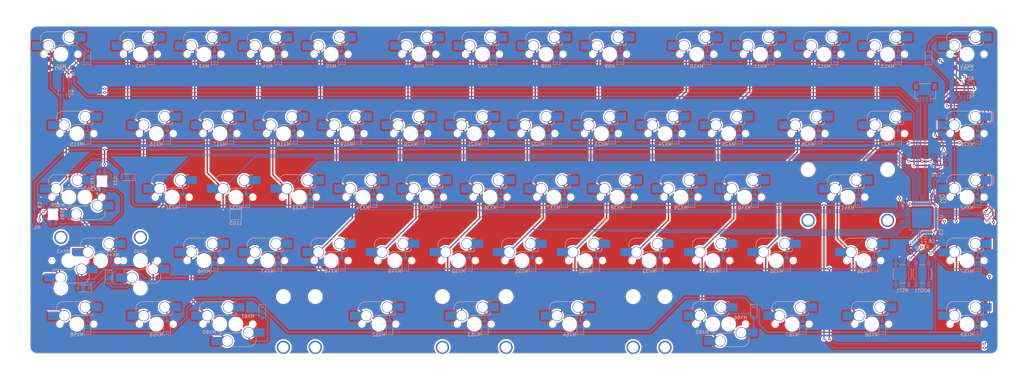
<source format=kicad_pcb>
(kicad_pcb (version 20240108) (generator "pcbnew") (generator_version "8.0")
  (layers (0 "F.Cu" signal) (31 "B.Cu" signal) (34 "B.Paste" user) (35 "F.Paste" user) (36 "B.SilkS" user "B.Silkscreen") (37 "F.SilkS" user "F.Silkscreen") (38 "B.Mask" user) (39 "F.Mask" user) (44 "Edge.Cuts" user))
  (net 0 "")
  (net 1 "+5V")
  (net 2 "GND")
  (net 3 "+3V3")
  (net 4 "NRST")
  (net 5 "BOOT0")
  (net 6 "/C15")
  (net 7 "/F0")
  (net 8 "/F1")
  (net 9 "/A8")
  (net 10 "/B7")
  (net 11 "/B0")
  (net 12 "/B8")
  (net 13 "/B9")
  (net 14 "/A1")
  (net 15 "/A13")
  (net 16 "/A14")
  (net 17 "Net-(R3-Pad2)")
  (net 18 "/A0")
  (net 19 "D+")
  (net 20 "D-")
  (net 21 "Net-(D1-A)")
  (net 22 "Net-(D2-A)")
  (net 23 "Net-(D3-A)")
  (net 24 "Net-(D4-A)")
  (net 25 "Net-(D5-A)")
  (net 26 "Net-(D6-A)")
  (net 27 "Net-(D7-A)")
  (net 28 "Net-(D8-A)")
  (net 29 "Net-(D9-A)")
  (net 30 "Net-(D10-A)")
  (net 31 "Net-(D11-A)")
  (net 32 "Net-(D12-A)")
  (net 33 "Net-(D13-A)")
  (net 34 "Net-(D14-A)")
  (net 35 "Net-(D15-A)")
  (net 36 "Net-(D16-A)")
  (net 37 "Net-(D17-A)")
  (net 38 "Net-(D18-A)")
  (net 39 "Net-(D19-A)")
  (net 40 "Net-(D20-A)")
  (net 41 "Net-(D21-A)")
  (net 42 "Net-(D22-A)")
  (net 43 "Net-(D23-A)")
  (net 44 "Net-(D24-A)")
  (net 45 "Net-(D25-A)")
  (net 46 "Net-(D26-A)")
  (net 47 "Net-(D27-A)")
  (net 48 "Net-(D28-A)")
  (net 49 "Net-(D29-A)")
  (net 50 "Net-(D31-A)")
  (net 51 "Net-(D32-A)")
  (net 52 "Net-(D33-A)")
  (net 53 "Net-(D34-A)")
  (net 54 "Net-(D35-A)")
  (net 55 "Net-(D36-A)")
  (net 56 "Net-(D37-A)")
  (net 57 "Net-(D38-A)")
  (net 58 "Net-(D39-A)")
  (net 59 "Net-(D40-A)")
  (net 60 "Net-(D41-A)")
  (net 61 "Net-(D42-A)")
  (net 62 "Net-(D43-A)")
  (net 63 "Net-(D45-A)")
  (net 64 "Net-(D46-A)")
  (net 65 "Net-(D47-A)")
  (net 66 "Net-(D48-A)")
  (net 67 "Net-(D49-A)")
  (net 68 "Net-(D50-A)")
  (net 69 "Net-(D51-A)")
  (net 70 "Net-(D52-A)")
  (net 71 "Net-(D53-A)")
  (net 72 "Net-(D54-A)")
  (net 73 "Net-(D55-A)")
  (net 74 "Net-(D56-A)")
  (net 75 "Net-(D57-A)")
  (net 76 "Net-(D58-A)")
  (net 77 "Net-(D59-A)")
  (net 78 "Net-(D60-A)")
  (net 79 "Net-(D62-A)")
  (net 80 "Net-(D63-A)")
  (net 81 "Net-(D64-A)")
  (net 82 "Net-(D65-A)")
  (net 83 "Net-(D67-A)")
  (net 84 "Net-(D68-A)")
  (net 85 "Net-(D69-A)")
  (net 86 "ROW1")
  (net 87 "ROW2")
  (net 88 "ROW3")
  (net 89 "ROW4")
  (net 90 "ENC1A")
  (net 91 "ENC1B")
  (net 92 "Net-(Q1-G)")
  (net 93 "ENC2A")
  (net 94 "ENC2B")
  (net 95 "Net-(Q2-G)")
  (net 96 "COL1")
  (net 97 "COL2")
  (net 98 "COL3")
  (net 99 "COL4")
  (net 100 "COL5")
  (net 101 "COL6")
  (net 102 "COL7")
  (net 103 "COL8")
  (net 104 "COL9")
  (net 105 "COL10")
  (net 106 "COL11")
  (net 107 "COL12")
  (net 108 "COL13")
  (net 109 "ROW0")
  (net 110 "COL0")
  (net 111 "Net-(LED1-DOUT)")
  (net 112 "CAPSLED")
  (footprint "PCM_marbastlib-various:ROT_SKYLOONG_HS-Switch" (layer "F.Cu") (at 338.386411 83.119536)
    (property "Reference" "ENC2")
    (property "Value" "ROT_SKYLOONG_HS")
  )
  (footprint "PCM_marbastlib-mx:STAB_MX_P_2.25u" (layer "F.Cu") (at 78.830161 145.032036)
    (property "Reference" "S44" (hide yes))
    (property "Value" "2.25u")
  )
  (footprint "PCM_marbastlib-mx:STAB_MX_P_6u" (layer "F.Cu") (at 190.748911 164.082036 180)
    (property "Reference" "S1" (hide yes))
    (property "Value" "6u")
  )
  (footprint "PCM_marbastlib-mx:STAB_MX_P_3u" (layer "F.Cu") (at 162.173911 164.082036 180)
    (property "Reference" "S62" (hide yes))
    (property "Value" "3u")
  )
  (footprint "PCM_marbastlib-various:ROT_SKYLOONG_HS-Switch" (layer "F.Cu") (at 66.923911 83.119536)
    (property "Reference" "ENC1")
    (property "Value" "ROT_SKYLOONG_HS")
  )
  (footprint "PCM_marbastlib-mx:STAB_MX_P_2.25u" (layer "F.Cu") (at 302.667661 125.982036 180)
    (property "Reference" "S41" (hide yes))
    (property "Value" "2.25u")
  )
  (footprint "PCM_marbastlib-mx:STAB_MX_P_7u" (layer "F.Cu") (at 190.748911 164.082036 180)
    (property "Reference" "S63" (hide yes))
    (property "Value" "7u")
  )
  (footprint "PCM_marbastlib-mx:STAB_MX_P_3u" (layer "F.Cu") (at 219.323911 164.082036 180)
    (property "Reference" "S64" (hide yes))
    (property "Value" "3u")
  )
  (footprint "Diode_SMD:D_SOD-123" (layer "B.Cu") (at 232.023911 107.725786 90)
    (property "Reference" "D23" (hide yes))
    (property "Value" "D_Small")
  )
  (footprint "Diode_SMD:D_SOD-123" (layer "B.Cu") (at 98.673911 107.725786 90)
    (property "Reference" "D16" (hide yes))
    (property "Value" "D_Small")
  )
  (footprint "Diode_SMD:D_SOD-123" (layer "B.Cu") (at 165.348911 164.875786 90)
    (property "Reference" "D62" (hide yes))
    (property "Value" "D_Small")
  )
  (footprint "Diode_SMD:D_SOD-123" (layer "B.Cu") (at 196.400411 83.913286 90)
    (property "Reference" "D7" (hide yes))
    (property "Value" "D_Small")
  )
  (footprint "Diode_SMD:D_SOD-123" (layer "B.Cu") (at 179.636411 126.775786 90)
    (property "Reference" "D35" (hide yes))
    (property "Value" "D_Small")
  )
  (footprint "PCM_marbastlib-mx:SW_MX_HS_CPG151101S11_1u" (layer "B.Cu") (at 95.498911 164.082036 180)
    (property "Reference" "MX59")
    (property "Value" "MX_SW_HS")
  )
  (footprint "Diode_SMD:D_SOD-123" (layer "B.Cu") (at 305.842661 126.775786 90)
    (property "Reference" "D41" (hide yes))
    (property "Value" "D_Small")
  )
  (footprint "Capacitor_SMD:C_0402_1005Metric" (layer "B.Cu") (at 320.348911 128.007036 90)
    (property "Reference" "C4")
    (property "Value" "100nF")
  )
  (footprint "Package_QFP:LQFP-48_7x7mm_P0.5mm" (layer "B.Cu") (at 324.848911 132.257036 90)
    (property "Reference" "U1")
    (property "Value" "STM32F072CBT6")
  )
  (footprint "Diode_SMD:D_SOD-123" (layer "B.Cu") (at 217.736411 126.775786 90)
    (property "Reference" "D37" (hide yes))
    (property "Value" "D_Small")
  )
  (footprint "Diode_SMD:D_SOD-123" (layer "B.Cu") (at 112.961411 83.913286 90)
    (property "Reference" "D3" (hide yes))
    (property "Value" "D_Small")
  )
  (footprint "PCM_marbastlib-mx:SW_MX_HS_CPG151101S11_1u" (layer "B.Cu") (at 171.698911 106.932036 180)
    (property "Reference" "MX20")
    (property "Value" "MX_SW_HS")
  )
  (footprint "Diode_SMD:D_SOD-123" (layer "B.Cu") (at 174.873911 107.725786 90)
    (property "Reference" "D20" (hide yes))
    (property "Value" "D_Small")
  )
  (footprint "PCM_marbastlib-mx:SW_MX_HS_CPG151101S11_1u" (layer "B.Cu") (at 66.923911 83.119536 180)
    (property "Reference" "MX1")
    (property "Value" "MX_SW_HS")
  )
  (footprint "PCM_marbastlib-mx:SW_MX_HS_CPG151101S11_1u" (layer "B.Cu") (at 209.798911 106.932036 180)
    (property "Reference" "MX22")
    (property "Value" "MX_SW_HS")
  )
  (footprint "Diode_SMD:D_SOD-123" (layer "B.Cu") (at 215.450411 83.913286 90)
    (property "Reference" "D8" (hide yes))
    (property "Value" "D_Small")
  )
  (footprint "Diode_SMD:D_SOD-123" (layer "B.Cu") (at 279.648911 83.913286 90)
    (property "Reference" "D11" (hide yes))
    (property "Value" "D_Small")
  )
  (footprint "PCM_marbastlib-mx:SW_MX_HS_CPG151101S11_1u" (layer "B.Cu") (at 114.548911 106.932036 180)
    (property "Reference" "MX17")
    (property "Value" "MX_SW_HS")
  )
  (footprint "Diode_SMD:D_SOD-123" (layer "B.Cu") (at 98.673911 164.875786 90)
    (property "Reference" "D59" (hide yes))
    (property "Value" "D_Small")
  )
  (footprint "Diode_SMD:D_SOD-123" (layer "B.Cu") (at 132.011411 145.825786 90)
    (property "Reference" "D47" (hide yes))
    (property "Value" "D_Small")
  )
  (footprint "PCM_marbastlib-mx:SW_MX_HS_CPG151101S11_1u" (layer "B.Cu") (at 243.136411 145.032036 180)
    (property "Reference" "MX53")
    (property "Value" "MX_SW_HS")
  )
  (footprint "Diode_SMD:D_SOD-123" (layer "B.Cu") (at 265.361411 145.825786 90)
    (property "Reference" "D54" (hide yes))
    (property "Value" "D_Small")
  )
  (footprint "PCM_marbastlib-various:LED_6028R" (layer "B.Cu") (at 79.227036 121.219536 90)
    (property "Reference" "LED2")
    (property "Value" "SK6812MINI-E")
    (fp_line (start 0.794452 -1.499999) (end -0.794452 -1.499999) (stroke (width 0.1)) (layer "Edge.Cuts"))
    (fp_line (start -1.699999 -0.702841) (end -1.699999 0.702843) (stroke (width 0.1)) (layer "Edge.Cuts"))
    (fp_line (start 1.699999 0.702843) (end 1.699999 -0.702841) (stroke (width 0.1)) (layer "Edge.Cuts"))
    (fp_line (start -0.794453 1.5) (end 0.794452 1.5) (stroke (width 0.1)) (layer "Edge.Cuts"))
    (fp_arc (start 1.04671 -1.568298) (mid 0.925122 -1.517377) (end 0.794452 -1.499999) (stroke (width 0.1)) (layer "Edge.Cuts"))
    (fp_arc (start 1.046711 -1.568296) (mid 1.63807 -1.504033) (end 1.749484 -0.91972) (stroke (width 0.1)) (layer "Edge.Cuts"))
    (fp_arc (start -0.794452 -1.499999) (mid -0.925123 -1.517376) (end -1.046711 -1.568298) (stroke (width 0.1)) (layer "Edge.Cuts"))
    (fp_arc (start -1.749484 -0.91972) (mid -1.712527 -0.814068) (end -1.699999 -0.702841) (stroke (width 0.1)) (layer "Edge.Cuts"))
    (fp_arc (start -1.749484 -0.919718) (mid -1.638072 -1.504034) (end -1.046711 -1.568298) (stroke (width 0.1)) (layer "Edge.Cuts"))
    (fp_arc (start 1.699999 -0.702842) (mid 1.712536 -0.814065) (end 1.749484 -0.91972) (stroke (width 0.1)) (layer "Edge.Cuts"))
    (fp_arc (start -1.699999 0.702844) (mid -1.712527 0.814069) (end -1.749484 0.919721) (stroke (width 0.1)) (layer "Edge.Cuts"))
    (fp_arc (start 1.749484 0.919721) (mid 1.712526 0.814069) (end 1.699999 0.702843) (stroke (width 0.1)) (layer "Edge.Cuts"))
    (fp_arc (start 1.749484 0.919721) (mid 1.638072 1.504036) (end 1.046711 1.5683) (stroke (width 0.1)) (layer "Edge.Cuts"))
    (fp_arc (start 0.794453 1.500001) (mid 0.925123 1.517378) (end 1.046711 1.5683) (stroke (width 0.1)) (layer "Edge.Cuts"))
    (fp_arc (start -1.046711 1.568298) (mid -1.638071 1.504035) (end -1.749484 0.919721) (stroke (width 0.1)) (layer "Edge.Cuts"))
    (fp_arc (start -1.046711 1.568298) (mid -0.925123 1.517376) (end -0.794453 1.5) (stroke (width 0.1)) (layer "Edge.Cuts"))
  )
  (footprint "PCM_marbastlib-mx:SW_MX_HS_CPG151101S11_1u" (layer "B.Cu") (at 338.386411 83.119536 180)
    (property "Reference" "MX14")
    (property "Value" "MX_SW_HS")
  )
  (footprint "PCM_marbastlib-mx:SW_MX_HS_CPG151101S11_1u" (layer "B.Cu") (at 295.523911 83.119536 180)
    (property "Reference" "MX12")
    (property "Value" "MX_SW_HS")
  )
  (footprint "PCM_marbastlib-mx:SW_MX_HS_CPG151101S11_1.75u" (layer "B.Cu") (at 307.430161 145.032036 180)
    (property "Reference" "MX56")
    (property "Value" "MX_SW_HS")
  )
  (footprint "PCM_marbastlib-mx:SW_MX_HS_CPG151101S11_1u" (layer "B.Cu") (at 114.548911 164.082036 180)
    (property "Reference" "MX60")
    (property "Value" "MX_SW_HS")
  )
  (footprint "Diode_SMD:D_SOD-123" (layer "B.Cu") (at 74.861411 107.725786 90)
    (property "Reference" "D15" (hide yes))
    (property "Value" "D_Small")
  )
  (footprint "Capacitor_SMD:C_0402_1005Metric" (layer "B.Cu") (at 329.098911 127.757036)
    (property "Reference" "C3")
    (property "Value" "100nF")
  )
  (footprint "Diode_SMD:D_SOD-123" (layer "B.Cu") (at 73.670786 153.366411 180)
    (property "Reference" "D43" (hide yes))
    (property "Value" "D_Small")
  )
  (footprint "PCM_marbastlib-mx:SW_MX_HS_CPG151101S11_1u" (layer "B.Cu") (at 157.411411 125.982036 180)
    (property "Reference" "MX34")
    (property "Value" "MX_SW_HS")
  )
  (footprint "PCM_marbastlib-various:LED_6028R" (layer "B.Cu") (at 64.542661 131.141411 -90)
    (property "Reference" "LED1")
    (property "Value" "SK6812MINI-E")
    (fp_line (start -0.794453 1.5) (end 0.794452 1.5) (stroke (width 0.1)) (layer "Edge.Cuts"))
    (fp_line (start 1.699999 0.702843) (end 1.699999 -0.702841) (stroke (width 0.1)) (layer "Edge.Cuts"))
    (fp_line (start -1.699999 -0.702841) (end -1.699999 0.702843) (stroke (width 0.1)) (layer "Edge.Cuts"))
    (fp_line (start 0.794452 -1.499999) (end -0.794452 -1.499999) (stroke (width 0.1)) (layer "Edge.Cuts"))
    (fp_arc (start -1.046711 1.568298) (mid -0.925123 1.517376) (end -0.794453 1.5) (stroke (width 0.1)) (layer "Edge.Cuts"))
    (fp_arc (start -1.046711 1.568298) (mid -1.638071 1.504035) (end -1.749484 0.919721) (stroke (width 0.1)) (layer "Edge.Cuts"))
    (fp_arc (start 0.794453 1.500001) (mid 0.925123 1.517378) (end 1.046711 1.5683) (stroke (width 0.1)) (layer "Edge.Cuts"))
    (fp_arc (start 1.749484 0.919721) (mid 1.638072 1.504036) (end 1.046711 1.5683) (stroke (width 0.1)) (layer "Edge.Cuts"))
    (fp_arc (start 1.749484 0.919721) (mid 1.712526 0.814069) (end 1.699999 0.702843) (stroke (width 0.1)) (layer "Edge.Cuts"))
    (fp_arc (start -1.699999 0.702844) (mid -1.712527 0.814069) (end -1.749484 0.919721) (stroke (width 0.1)) (layer "Edge.Cuts"))
    (fp_arc (start 1.699999 -0.702842) (mid 1.712536 -0.814065) (end 1.749484 -0.91972) (stroke (width 0.1)) (layer "Edge.Cuts"))
    (fp_arc (start -1.749484 -0.919718) (mid -1.638072 -1.504034) (end -1.046711 -1.568298) (stroke (width 0.1)) (layer "Edge.Cuts"))
    (fp_arc (start -1.749484 -0.91972) (mid -1.712527 -0.814068) (end -1.699999 -0.702841) (stroke (width 0.1)) (layer "Edge.Cuts"))
    (fp_arc (start -0.794452 -1.499999) (mid -0.925123 -1.517376) (end -1.046711 -1.568298) (stroke (width 0.1)) (layer "Edge.Cuts"))
    (fp_arc (start 1.046711 -1.568296) (mid 1.63807 -1.504033) (end 1.749484 -0.91972) (stroke (width 0.1)) (layer "Edge.Cuts"))
    (fp_arc (start 1.04671 -1.568298) (mid 0.925122 -1.517377) (end 0.794452 -1.499999) (stroke (width 0.1)) (layer "Edge.Cuts"))
  )
  (footprint "PCM_marbastlib-mx:SW_MX_HS_CPG151101S11_1u" (layer "B.Cu") (at 314.573911 83.119536 180)
    (property "Reference" "MX13")
    (property "Value" "MX_SW_HS")
  )
  (footprint "PCM_marbastlib-mx:SW_MX_HS_CPG151101S11_1u" (layer "B.Cu") (at 109.786411 145.032036 180)
    (property "Reference" "MX46")
    (property "Value" "MX_SW_HS")
  )
  (footprint "PCM_marbastlib-mx:SW_MX_HS_CPG151101S11_1u" (layer "B.Cu") (at 338.386411 125.982036 180)
    (property "Reference" "MX42")
    (property "Value" "MX_SW_HS")
  )
  (footprint "PCM_marbastlib-mx:SW_MX_HS_CPG151101S11_1u" (layer "B.Cu") (at 90.736411 145.032036)
    (property "Reference" "MX45")
    (property "Value" "MX_SW_HS")
  )
  (footprint "Diode_SMD:D_SOD-123" (layer "B.Cu") (at 81.211411 150.191411 -90)
    (property "Reference" "D45" (hide yes))
    (property "Value" "D_Small")
  )
  (footprint "PCM_marbastlib-mx:SW_MX_HS_CPG151101S11_1.75u_STP_1.25" (layer "B.Cu") (at 69.305161 125.982036 180)
    (property "Reference" "MX29")
    (property "Value" "MX_SW_HS")
  )
  (footprint "Button_Switch_SMD:SW_SPST_TL3342" (layer "B.Cu") (at 324.977036 149.000786 -90)
    (property "Reference" "BOOT1")
    (property "Value" "SW_SPST")
  )
  (footprint "PCM_marbastlib-mx:SW_MX_HS_CPG151101S11_1u" (layer "B.Cu") (at 193.225411 83.119536 180)
    (property "Reference" "MX7")
    (property "Value" "MX_SW_HS")
  )
  (footprint "PCM_marbastlib-mx:SW_MX_HS_CPG151101S11_1.75u" (layer "B.Cu") (at 74.067661 125.982036)
    (property "Reference" "MX30")
    (property "Value" "MX_SW_HS")
  )
  (footprint "PCM_marbastlib-mx:SW_MX_HS_CPG151101S11_1u" (layer "B.Cu") (at 212.275411 83.119536 180)
    (property "Reference" "MX8")
    (property "Value" "MX_SW_HS")
  )
  (footprint "Diode_SMD:D_SOD-123" (layer "B.Cu") (at 274.886411 126.775786 90)
    (property "Reference" "D40" (hide yes))
    (property "Value" "D_Small")
  )
  (footprint "PCM_marbastlib-mx:SW_MX_HS_CPG151101S11_1u" (layer "B.Cu") (at 95.498911 106.932036 180)
    (property "Reference" "MX16")
    (property "Value" "MX_SW_HS")
  )
  (footprint "Diode_SMD:D_SOD-123" (layer "B.Cu") (at 155.823911 107.725786 90)
    (property "Reference" "D19" (hide yes))
    (property "Value" "D_Small")
  )
  (footprint "Diode_SMD:D_SOD-123" (layer "B.Cu") (at 86.767661 120.028911 180)
    (property "Reference" "D29" (hide yes))
    (property "Value" "D_Small")
  )
  (footprint "PCM_marbastlib-mx:SW_MX_HS_CPG151101S11_1u" (layer "B.Cu") (at 138.361411 125.982036 180)
    (property "Reference" "MX33")
    (property "Value" "MX_SW_HS")
  )
  (footprint "Capacitor_SMD:C_0402_1005Metric" (layer "B.Cu") (at 329.348911 136.507036 -90)
    (property "Reference" "C5")
    (property "Value" "100nF")
  )
  (footprint "PCM_marbastlib-mx:SW_MX_HS_CPG151101S11_1u" (layer "B.Cu") (at 262.186411 145.032036 180)
    (property "Reference" "MX54")
    (property "Value" "MX_SW_HS")
  )
  (footprint "Diode_SMD:D_SOD-123" (layer "B.Cu") (at 189.161411 145.825786 90)
    (property "Reference" "D50" (hide yes))
    (property "Value" "D_Small")
  )
  (footprint "Diode_SMD:D_SOD-123" (layer "B.Cu") (at 151.061411 145.825786 90)
    (property "Reference" "D48" (hide yes))
    (property "Value" "D_Small")
  )
  (footprint "Diode_SMD:D_SOD-123" (layer "B.Cu") (at 103.436411 126.775786 90)
    (property "Reference" "D31" (hide yes))
    (property "Value" "D_Small")
  )
  (footprint "PCM_marbastlib-mx:SW_MX_HS_CPG151101S11_1u" (layer "B.Cu") (at 262.186411 164.082036 180)
    (property "Reference" "MX65")
    (property "Value" "MX_SW_HS")
  )
  (footprint "PCM_marbastlib-mx:SW_MX_HS_CPG151101S11_1u" (layer "B.Cu") (at 247.898911 106.932036 180)
    (property "Reference" "MX24")
    (property "Value" "MX_SW_HS")
  )
  (footprint "Capacitor_SMD:C_0402_1005Metric" (layer "B.Cu") (at 61.764536 128.363286 -90)
    (property "Reference" "C8")
    (property "Value" "100nF")
  )
  (footprint "PCM_marbastlib-mx:SW_MX_HS_CPG151101S11_1u" (layer "B.Cu") (at 100.261411 125.982036 180)
    (property "Reference" "MX31")
    (property "Value" "MX_SW_HS")
  )
  (footprint "PCM_marbastlib-mx:SW_MX_HS_CPG151101S11_1u" (layer "B.Cu") (at 109.786411 83.119536 180)
    (property "Reference" "MX3")
    (property "Value" "MX_SW_HS")
  )
  (footprint "PCM_marbastlib-mx:SW_MX_HS_CPG151101S11_1u" (layer "B.Cu") (at 133.598911 106.932036 180)
    (property "Reference" "MX18")
    (property "Value" "MX_SW_HS")
  )
  (footprint "PCM_marbastlib-mx:SW_MX_HS_CPG151101S11_1u" (layer "B.Cu") (at 174.175411 83.119536 180)
    (property "Reference" "MX6")
    (property "Value" "MX_SW_HS")
  )
  (footprint "PCM_marbastlib-mx:SW_MX_HS_CPG151101S11_1u" (layer "B.Cu") (at 302.667661 125.982036 180)
    (property "Reference" "MX41")
    (property "Value" "MX_SW_HS")
  )
  (footprint "PCM_marbastlib-mx:SW_MX_HS_CPG151101S11_1u" (layer "B.Cu") (at 266.948911 106.932036 180)
    (property "Reference" "MX25")
    (property "Value" "MX_SW_HS")
  )
  (footprint "PCM_marbastlib-mx:SW_MX_HS_CPG151101S11_1u" (layer "B.Cu") (at 276.473911 83.119536 180)
    (property "Reference" "MX11")
    (property "Value" "MX_SW_HS")
  )
  (footprint "PCM_marbastlib-mx:SW_MX_HS_CPG151101S11_1u" (layer "B.Cu") (at 147.886411 83.119536 180)
    (property "Reference" "MX5")
    (property "Value" "MX_SW_HS")
  )
  (footprint "PCM_marbastlib-mx:SW_MX_HS_CPG151101S11_1u" (layer "B.Cu") (at 90.736411 83.119536 180)
    (property "Reference" "MX2")
    (property "Value" "MX_SW_HS")
  )
  (footprint "PCM_marbastlib-mx:SW_MX_HS_CPG151101S11_1u" (layer "B.Cu") (at 233.611411 125.982036 180)
    (property "Reference" "MX38")
    (property "Value" "MX_SW_HS")
  )
  (footprint "Diode_SMD:D_SOD-123" (layer "B.Cu") (at 227.261411 145.825786 90)
    (property "Reference" "D52" (hide yes))
    (property "Value" "D_Small")
  )
  (footprint "PCM_marbastlib-mx:SW_MX_HS_CPG151101S11_1u" (layer "B.Cu") (at 147.886411 145.032036 180)
    (property "Reference" "MX48")
    (property "Value" "MX_SW_HS")
  )
  (footprint "Diode_SMD:D_SOD-123" (layer "B.Cu") (at 222.498911 164.875786 90)
    (property "Reference" "D64" (hide yes))
    (property "Value" "D_Small")
  )
  (footprint "Button_Switch_SMD:SW_SPST_TL3342" (layer "B.Cu") (at 318.977036 149.000786 90)
    (property "Reference" "RST1")
    (property "Value" "SW_SPST")
  )
  (footprint "Diode_SMD:D_SOD-123" (layer "B.Cu") (at 93.911411 83.913286 90)
    (property "Reference" "D2" (hide yes))
    (property "Value" "D_Small")
  )
  (footprint "PCM_marbastlib-mx:LED_MX_6028R-ROT" (layer "B.Cu") (at 119.258286 131.185161 180)
    (property "Reference" "LED3")
    (property "Value" "MX_SK6812MINI-E")
    (fp_line (start 1.699999 0.702841) (end 1.699999 -0.702843) (stroke (width 0.1)) (layer "Edge.Cuts"))
    (fp_line (start 0.794453 -1.5) (end -0.794452 -1.5) (stroke (width 0.1)) (layer "Edge.Cuts"))
    (fp_line (start -0.794452 1.499999) (end 0.794452 1.499999) (stroke (width 0.1)) (layer "Edge.Cuts"))
    (fp_line (start -1.699999 -0.702843) (end -1.699999 0.702841) (stroke (width 0.1)) (layer "Edge.Cuts"))
    (fp_arc (start 1.749484 0.919719) (mid 1.712526 0.814067) (end 1.699999 0.702841) (stroke (width 0.1)) (layer "Edge.Cuts"))
    (fp_arc (start 1.749484 0.919718) (mid 1.638073 1.504037) (end 1.046711 1.568298) (stroke (width 0.1)) (layer "Edge.Cuts"))
    (fp_arc (start 1.699999 -0.702844) (mid 1.712536 -0.814066) (end 1.749484 -0.919721) (stroke (width 0.1)) (layer "Edge.Cuts"))
    (fp_arc (start 1.046711 -1.568299) (mid 1.638071 -1.504035) (end 1.749484 -0.919721) (stroke (width 0.1)) (layer "Edge.Cuts"))
    (fp_arc (start 1.046711 -1.568299) (mid 0.925123 -1.517377) (end 0.794453 -1.5) (stroke (width 0.1)) (layer "Edge.Cuts"))
    (fp_arc (start 0.794452 1.499999) (mid 0.925123 1.517376) (end 1.046711 1.568298) (stroke (width 0.1)) (layer "Edge.Cuts"))
    (fp_arc (start -0.794453 -1.500001) (mid -0.925123 -1.517378) (end -1.046711 -1.5683) (stroke (width 0.1)) (layer "Edge.Cuts"))
    (fp_arc (start -1.04671 1.568298) (mid -0.925122 1.517376) (end -0.794452 1.499999) (stroke (width 0.1)) (layer "Edge.Cuts"))
    (fp_arc (start -1.046711 1.568296) (mid -1.63807 1.504033) (end -1.749484 0.919719) (stroke (width 0.1)) (layer "Edge.Cuts"))
    (fp_arc (start -1.699999 0.702842) (mid -1.712527 0.814067) (end -1.749484 0.919719) (stroke (width 0.1)) (layer "Edge.Cuts"))
    (fp_arc (start -1.749484 -0.919721) (mid -1.638071 -1.504036) (end -1.046711 -1.5683) (stroke (width 0.1)) (layer "Edge.Cuts"))
    (fp_arc (start -1.749484 -0.919721) (mid -1.712527 -0.814069) (end -1.699999 -0.702843) (stroke (width 0.1)) (layer "Edge.Cuts"))
  )
  (footprint "Diode_SMD:D_SOD-123" (layer "B.Cu") (at 193.923911 164.875786 90)
    (property "Reference" "D63" (hide yes))
    (property "Value" "D_Small")
  )
  (footprint "PCM_marbastlib-mx:SW_MX_HS_CPG151101S11_1u" (layer "B.Cu") (at 224.086411 145.032036 180)
    (property "Reference" "MX52")
    (property "Value" "MX_SW_HS")
  )
  (footprint "PCM_marbastlib-mx:SW_MX_HS_CPG151101S11_1u" (layer "B.Cu") (at 128.836411 145.032036 180)
    (property "Reference" "MX47")
    (property "Value" "MX_SW_HS")
  )
  (footprint "Diode_SMD:D_SOD-123" (layer "B.Cu") (at 160.586411 126.775786 90)
    (property "Reference" "D34" (hide yes))
    (property "Value" "D_Small")
  )
  (footprint "PCM_marbastlib-mx:SW_MX_HS_CPG151101S11_1.5u" (layer "B.Cu") (at 309.811411 164.082036 180)
    (property "Reference" "MX68")
    (property "Value" "MX_SW_HS")
  )
  (footprint "Diode_SMD:D_SOD-123" (layer "B.Cu") (at 284.411411 145.825786 90)
    (property "Reference" "D55" (hide yes))
    (property "Value" "D_Small")
  )
  (footprint "PCM_marbastlib-mx:SW_MX_HS_CPG151101S11_1u" (layer "B.Cu") (at 190.748911 106.932036 180)
    (property "Reference" "MX21")
    (property "Value" "MX_SW_HS")
  )
  (footprint "Diode_SMD:D_SOD-123" (layer "B.Cu") (at 289.173911 164.875786 90)
    (property "Reference" "D67" (hide yes))
    (property "Value" "D_Small")
  )
  (footprint "Diode_SMD:D_SOD-123" (layer "B.Cu") (at 341.561411 126.775786 90)
    (property "Reference" "D42" (hide yes))
    (property "Value" "D_Small")
  )
  (footprint "Package_TO_SOT_SMD:SOT-23" (layer "B.Cu") (at 337.592661 95.025786 90)
    (property "Reference" "Q2")
    (property "Value" "Q_PMOS_GSD")
  )
  (footprint "Diode_SMD:D_SOD-123" (layer "B.Cu") (at 136.773911 107.725786 90)
    (property "Reference" "D18" (hide yes))
    (property "Value" "D_Small")
  )
  (footprint "PCM_marbastlib-mx:SW_MX_HS_CPG151101S11_1u" (layer "B.Cu") (at 219.323911 164.082036 180)
    (property "Reference" "MX64")
    (property "Value" "MX_SW_HS")
  )
  (footprint "Diode_SMD:D_SOD-123" (layer "B.Cu") (at 317.748911 107.725786 90)
    (property "Reference" "D27" (hide yes))
    (property "Value" "D_Small")
  )
  (footprint "PCM_marbastlib-mx:SW_MX_HS_CPG151101S11_1u" (layer "B.Cu") (at 152.648911 106.932036 180)
    (property "Reference" "MX19")
    (property "Value" "MX_SW_HS")
  )
  (footprint "Resistor_SMD:R_0603_1608Metric" (layer "B.Cu") (at 339.545786 91.850786 180)
    (property "Reference" "R2")
    (property "Value" "10k")
  )
  (footprint "Package_TO_SOT_SMD:SOT-23" (layer "B.Cu") (at 330.817661 115.075786 180)
    (property "Reference" "U3")
    (property "Value" "XC6206PxxxMR-Regulator_Linear")
  )
  (footprint "PCM_marbastlib-mx:SW_MX_HS_CPG151101S11_1u" (layer "B.Cu") (at 338.386411 164.082036 180)
    (property "Reference" "MX69")
    (property "Value" "MX_SW_HS")
  )
  (footprint "Capacitor_SMD:C_0402_1005Metric" (layer "B.Cu") (at 82.005161 121.219536 90)
    (property "Reference" "C11")
    (property "Value" "100nF")
  )
  (footprint "PCM_marbastlib-mx:SW_MX_HS_CPG151101S11_1.25u" (layer "B.Cu") (at 69.305161 145.032036)
    (property "Reference" "MX43")
    (property "Value" "MX_SW_HS")
  )
  (footprint "Capacitor_SMD:C_0402_1005Metric" (layer "B.Cu") (at 328.848911 138.007036)
    (property "Reference" "C6")
    (property "Value" "100nF")
  )
  (footprint "PCM_marbastlib-mx:SW_MX_HS_CPG151101S11_1u" (layer "B.Cu") (at 231.325411 83.119536 180)
    (property "Reference" "MX9")
    (property "Value" "MX_SW_HS")
  )
  (footprint "PCM_marbastlib-mx:SW_MX_HS_CPG151101S11_1u" (layer "B.Cu") (at 166.936411 145.032036 180)
    (property "Reference" "MX49")
    (property "Value" "MX_SW_HS")
  )
  (footprint "Diode_SMD:D_SOD-123" (layer "B.Cu") (at 112.961411 145.825786 90)
    (property "Reference" "D46" (hide yes))
    (property "Value" "D_Small")
  )
  (footprint "Diode_SMD:D_SOD-123" (layer "B.Cu") (at 212.973911 107.725786 90)
    (property "Reference" "D22" (hide yes))
    (property "Value" "D_Small")
  )
  (footprint "Diode_SMD:D_SOD-123" (layer "B.Cu") (at 341.561411 107.725786 90)
    (property "Reference" "D28" (hide yes))
    (property "Value" "D_Small")
  )
  (footprint "PCM_marbastlib-mx:SW_MX_HS_CPG151101S11_1u" (layer "B.Cu") (at 205.036411 145.032036 180)
    (property "Reference" "MX51")
    (property "Value" "MX_SW_HS")
  )
  (footprint "PCM_marbastlib-mx:SW_MX_HS_CPG151101S11_1u" (layer "B.Cu") (at 228.848911 106.932036 180)
    (property "Reference" "MX23")
    (property "Value" "MX_SW_HS")
  )
  (footprint "Diode_SMD:D_SOD-123" (layer "B.Cu") (at 141.536411 126.775786 90)
    (property "Reference" "D33" (hide yes))
    (property "Value" "D_Small")
  )
  (footprint "Resistor_SMD:R_0402_1005Metric" (layer "B.Cu") (at 59.893286 133.919536)
    (property "Reference" "R5")
    (property "Value" "470")
  )
  (footprint "Diode_SMD:D_SOD-123" (layer "B.Cu") (at 236.786411 126.775786 90)
    (property "Reference" "D38" (hide yes))
    (property "Value" "D_Small")
  )
  (footprint "Diode_SMD:D_SOD-123" (layer "B.Cu") (at 170.111411 145.825786 90)
    (property "Reference" "D49" (hide yes))
    (property "Value" "D_Small")
  )
  (footprint "Diode_SMD:D_SOD-123" (layer "B.Cu") (at 74.861411 164.875786 90)
    (property "Reference" "D58" (hide yes))
    (property "Value" "D_Small")
  )
  (footprint "Diode_SMD:D_SOD-123" (layer "B.Cu") (at 255.836411 126.775786 90)
    (property "Reference" "D39" (hide yes))
    (property "Value" "D_Small")
  )
  (footprint "Capacitor_SMD:C_0402_1005Metric" (layer "B.Cu") (at 329.317661 117.575786 180)
    (property "Reference" "C10")
    (property "Value" "1uF")
  )
  (footprint "PCM_marbastlib-mx:SW_MX_HS_CPG151101S11_1u" (layer "B.Cu") (at 252.661411 125.982036 180)
    (property "Reference" "MX39")
    (property "Value" "MX_SW_HS")
  )
  (footprint "PCM_marbastlib-mx:SW_MX_HS_CPG151101S11_1u" (layer "B.Cu") (at 176.461411 125.982036 180)
    (property "Reference" "MX35")
    (property "Value" "MX_SW_HS")
  )
  (footprint "Package_TO_SOT_SMD:SOT-23" (layer "B.Cu") (at 67.717661 94.628911 90)
    (property "Reference" "Q1")
    (property "Value" "Q_PMOS_GSD")
  )
  (footprint "Diode_SMD:D_SOD-123" (layer "B.Cu") (at 326.877036 83.913286 90)
    (property "Reference" "D14" (hide yes))
    (property "Value" "D_Small")
  )
  (footprint "Resistor_SMD:R_0603_1608Metric" (layer "B.Cu") (at 70.098911 90.660161 180)
    (property "Reference" "R1")
    (property "Value" "10k")
  )
  (footprint "Diode_SMD:D_SOD-123" (layer "B.Cu") (at 246.311411 145.825786 90)
    (property "Reference" "D53" (hide yes))
    (property "Value" "D_Small")
  )
  (footprint "PCM_marbastlib-mx:SW_MX_HS_CPG151101S11_1u" (layer "B.Cu") (at 271.711411 125.982036 180)
    (property "Reference" "MX40")
    (property "Value" "MX_SW_HS")
  )
  (footprint "Diode_SMD:D_SOD-123" (layer "B.Cu") (at 234.500411 83.913286 90)
    (property "Reference" "D9" (hide yes))
    (property "Value" "D_Small")
  )
  (footprint "Diode_SMD:D_SOD-123" (layer "B.Cu") (at 117.723911 107.725786 90)
    (property "Reference" "D17" (hide yes))
    (property "Value" "D_Small")
  )
  (footprint "Diode_SMD:D_SOD-123" (layer "B.Cu") (at 270.123911 107.725786 90)
    (property "Reference" "D25" (hide yes))
    (property "Value" "D_Small")
  )
  (footprint "PCM_marbastlib-mx:SW_MX_HS_CPG151101S11_1u" (layer "B.Cu") (at 195.511411 125.982036 180)
    (property "Reference" "MX36")
    (property "Value" "MX_SW_HS")
  )
  (footprint "Capacitor_SMD:C_0402_1005Metric" (layer "B.Cu") (at 328.067661 114.075786 90)
    (property "Reference" "C9")
    (property "Value" "1uF")
  )
  (footprint "Diode_SMD:D_SOD-123" (layer "B.Cu") (at 177.350411 83.913286 90)
    (property "Reference" "D6" (hide yes))
    (property "Value" "D_Small")
  )
  (footprint "Diode_SMD:D_SOD-123" (layer "B.Cu") (at 151.061411 83.913286 90)
    (property "Reference" "D5" (hide yes))
    (property "Value" "D_Small")
  )
  (footprint "Capacitor_SMD:C_0402_1005Metric" (layer "B.Cu") (at 323.335488 139.993613 180)
    (property "Reference" "C1")
    (property "Value" "100nF")
  )
  (footprint "Resistor_SMD:R_0402_1005Metric" (layer "B.Cu") (at 323.598911 142.257036 180)
    (property "Reference" "R4")
    (property "Value" "5.1k")
  )
  (footprint "Diode_SMD:D_SOD-123" (layer "B.Cu") (at 74.861411 83.913286 90)
    (property "Reference" "D1" (hide yes))
    (property "Value" "D_Small")
  )
  (footprint "Diode_SMD:D_SOD-123" (layer "B.Cu") (at 341.561411 145.825786 90)
    (property "Reference" "D57" (hide yes))
    (property "Value" "D_Small")
  )
  (footprint "PCM_marbastlib-mx:SW_MX_HS_CPG151101S11_1u" (layer "B.Cu") (at 162.173911 164.082036 180)
    (property "Reference" "MX62")
    (property "Value" "MX_SW_HS")
  )
  (footprint "PCM_marbastlib-mx:SW_MX_HS_CPG151101S11_1u" (layer "B.Cu") (at 338.386411 145.032036 180)
    (property "Reference" "MX57")
    (property "Value" "MX_SW_HS")
  )
  (footprint "PCM_marbastlib-mx:SW_MX_HS_CPG151101S11_1u" (layer "B.Cu") (at 338.386411 106.932036 180)
    (property "Reference" "MX28")
    (property "Value" "MX_SW_HS")
  )
  (footprint "Capacitor_SMD:C_0402_1005Metric" (layer "B.Cu") (at 323.335488 138.743613)
    (property "Reference" "C7")
    (property "Value" "100nF")
  )
  (footprint "PCM_marbastlib-mx:SW_MX_HS_CPG151101S11_1.5u" (layer "B.Cu") (at 119.311411 164.082036)
    (property "Reference" "MX61")
    (property "Value" "MX_SW_HS")
  )
  (footprint "Diode_SMD:D_SOD-123" (layer "B.Cu") (at 193.923911 107.725786 90)
    (property "Reference" "D21" (hide yes))
    (property "Value" "D_Small")
  )
  (footprint "Diode_SMD:D_SOD-123" (layer "B.Cu") (at 127.248911 160.510161 -90)
    (property "Reference" "D60" (hide yes))
    (property "Value" "D_Small")
  )
  (footprint "PCM_marbastlib-mx:SW_MX_HS_CPG151101S11_1u" (layer "B.Cu") (at 285.998911 164.082036 180)
    (property "Reference" "MX67")
    (property "Value" "MX_SW_HS")
  )
  (footprint "PCM_marbastlib-mx:SW_MX_HS_CPG151101S11_1u" (layer "B.Cu") (at 214.561411 125.982036 180)
    (property "Reference" "MX37")
    (property "Value" "MX_SW_HS")
  )
  (footprint "Diode_SMD:D_SOD-123" (layer "B.Cu") (at 274.489536 160.510161 -90)
    (property "Reference" "D65" (hide yes))
    (property "Value" "D_Small")
  )
  (footprint "Diode_SMD:D_SOD-123" (layer "B.Cu") (at 198.686411 126.775786 90)
    (property "Reference" "D36" (hide yes))
    (property "Value" "D_Small")
  )
  (footprint "Connector_JST:JST_SH_SM04B-SRSS-TB_1x04-1MP_P1.00mm_Horizontal" (layer "B.Cu") (at 325.886411 94.628911)
    (property "Reference" "J1" (hide yes))
    (property "Value" "JST")
  )
  (footprint "Diode_SMD:D_SOD-123" (layer "B.Cu") (at 312.986411 164.875786 90)
    (property "Reference" "D68" (hide yes))
    (property "Value" "D_Small")
  )
  (footprint "Diode_SMD:D_SOD-123" (layer "B.Cu") (at 298.698911 83.913286 90)
    (property "Reference" "D12" (hide yes))
    (property "Value" "D_Small")
  )
  (footprint "PCM_marbastlib-mx:SW_MX_HS_CPG151101S11_1.5u" (layer "B.Cu") (at 71.686411 106.932036 180)
    (property "Reference" "MX15")
    (property "Value" "MX_SW_HS")
  )
  (footprint "Diode_SMD:D_SOD-123" (layer "B.Cu") (at 132.011411 83.913286 90)
    (property "Reference" "D4" (hide yes))
    (property "Value" "D_Small")
  )
  (footprint "Resistor_SMD:R_0402_1005Metric" (layer "B.Cu") (at 326.098911 142.257036 180)
    (property "Reference" "R3")
    (property "Value" "5.1k")
  )
  (footprint "Diode_SMD:D_SOD-123" (layer "B.Cu") (at 317.748911 83.913286 90)
    (property "Reference" "D13" (hide yes))
    (property "Value" "D_Small")
  )
  (footprint "Diode_SMD:D_SOD-123" (layer "B.Cu") (at 293.936411 107.725786 90)
    (property "Reference" "D26" (hide yes))
    (property "Value" "D_Small")
  )
  (footprint "PCM_marbastlib-mx:SW_MX_HS_CPG151101S11_1u" (layer "B.Cu") (at 119.311411 125.982036 180)
    (property "Reference" "MX32")
    (property "Value" "MX_SW_HS")
  )
  (footprint "Diode_SMD:D_SOD-123" (layer "B.Cu") (at 208.211411 145.825786 90)
    (property "Reference" "D51" (hide yes))
    (property "Value" "D_Small")
  )
  (footprint "PCM_marbastlib-mx:SW_MX_HS_CPG151101S11_1u" (layer "B.Cu") (at 281.236411 145.032036 180)
    (property "Reference" "MX55")
    (property "Value" "MX_SW_HS")
  )
  (footprint "PCM_marbastlib-mx:SW_MX_HS_CPG151101S11_1u" (layer "B.Cu") (at 78.830161 145.032036 180)
    (property "Reference" "MX44")
    (property "Value" "MX_SW_HS")
  )
  (footprint "Capacitor_SMD:C_0603_1608Metric" (layer "B.Cu") (at 328.483286 125.763286)
    (property "Reference" "C2")
    (property "Value" "10uF")
  )
  (footprint "PCM_marbastlib-mx:SW_MX_HS_CPG151101S11_1u" (layer "B.Cu") (at 314.573911 106.932036 180)
    (property "Reference" "MX27")
    (property "Value" "MX_SW_HS")
  )
  (footprint "Diode_SMD:D_SOD-123" (layer "B.Cu") (at 251.073911 107.725786 90)
    (property "Reference" "D24" (hide yes))
    (property "Value" "D_Small")
  )
  (footprint "PCM_marbastlib-mx:SW_MX_HS_CPG151101S11_1.5u" (layer "B.Cu") (at 266.948911 164.082036)
    (property "Reference" "MX66")
    (property "Value" "MX_SW_HS")
  )
  (footprint "Diode_SMD:D_SOD-123" (layer "B.Cu") (at 310.605161 145.825786 90)
    (property "Reference" "D56" (hide yes))
    (property "Value" "D_Small")
  )
  (footprint "PCM_marbastlib-mx:SW_MX_HS_CPG151101S11_1.5u" (layer "B.Cu") (at 290.761411 106.932036 180)
    (property "Reference" "MX26")
    (property "Value" "MX_SW_HS")
  )
  (footprint "PCM_marbastlib-mx:SW_MX_HS_CPG151101S11_1u" (layer "B.Cu") (at 185.986411 145.032036 180)
    (property "Reference" "MX50")
    (property "Value" "MX_SW_HS")
  )
  (footprint "Diode_SMD:D_SOD-123" (layer "B.Cu") (at 122.486411 126.775786 90)
    (property "Reference" "D32" (hide yes))
    (property "Value" "D_Small")
  )
  (footprint "Diode_SMD:D_SOD-123" (layer "B.Cu") (at 260.598911 83.913286 90)
    (property "Reference" "D10" (hide yes))
    (property "Value" "D_Small")
  )
  (footprint "PCM_marbastlib-mx:SW_MX_HS_CPG151101S11_1.5u" (layer "B.Cu") (at 71.686411 164.082036 180)
    (property "Reference" "MX58")
    (property "Value" "MX_SW_HS")
  )
  (footprint "PCM_marbastlib-mx:SW_MX_HS_CPG151101S11_1u" (layer "B.Cu") (at 190.748911 164.082036 180)
    (property "Reference" "MX63")
    (property "Value" "MX_SW_HS")
  )
  (footprint "PCM_marbastlib-mx:SW_MX_HS_CPG151101S11_1u" (layer "B.Cu") (at 257.423911 83.119536 180)
    (property "Reference" "MX10")
    (property "Value" "MX_SW_HS")
  )
  (footprint "Diode_SMD:D_SOD-123" (layer "B.Cu") (at 341.561411 164.875786 90)
    (property "Reference" "D69" (hide yes))
    (property "Value" "D_Small")
  )
  (footprint "PCM_marbastlib-mx:SW_MX_HS_CPG151101S11_1u" (layer "B.Cu") (at 128.836411 83.119536 180)
    (property "Reference" "MX4")
    (property "Value" "MX_SW_HS")
  )
  (gr_arc (start 57.795786 76.785161) (mid 58.381583 75.370972) (end 59.795786 74.785161) (stroke (width 0.1)) (layer "Edge.Cuts"))
  (gr_line (start 345.514536 172.813286) (end 59.795786 172.813286) (stroke (width 0.1)) (layer "Edge.Cuts"))
  (gr_line (start 59.795786 74.785161) (end 345.514536 74.785161) (stroke (width 0.1)) (layer "Edge.Cuts"))
  (gr_arc (start 345.514536 74.785161) (mid 346.928775 75.370937) (end 347.514536 76.785161) (stroke (width 0.1)) (layer "Edge.Cuts"))
  (gr_arc (start 347.514536 170.813286) (mid 346.928748 172.227491) (end 345.514536 172.813286) (stroke (width 0.1)) (layer "Edge.Cuts"))
  (gr_line (start 347.514536 76.785161) (end 347.514536 170.813286) (stroke (width 0.1)) (layer "Edge.Cuts"))
  (gr_line (start 57.795786 170.813286) (end 57.795786 76.785161) (stroke (width 0.1)) (layer "Edge.Cuts"))
  (gr_arc (start 59.795786 172.813286) (mid 58.381556 172.227508) (end 57.795786 170.813286) (stroke (width 0.1)) (layer "Edge.Cuts"))
  (segment (start 79.977036 116.103911) (end 79.977036 111.738286) (width 0.4) (layer "F.Cu") (net 1))
  (segment (start 79.977036 111.738286) (end 80.020786 111.694536) (width 0.4) (layer "F.Cu") (net 1))
  (segment (start 324.892661 115.266411) (end 320.923911 115.266411) (width 0.4) (layer "F.Cu") (net 1))
  (segment (start 327.273911 115.266411) (end 324.892661 115.266411) (width 0.4) (layer "F.Cu") (net 1))
  (via (at 80.020786 111.694536) (size 0.8) (drill 0.4) (layers "F.Cu" "B.Cu") (net 1))
  (via (at 320.923911 115.266411) (size 0.8) (drill 0.4) (layers "F.Cu" "B.Cu") (net 1))
  (via (at 79.977036 116.103911) (size 0.8) (drill 0.4) (layers "F.Cu" "B.Cu") (net 1))
  (via (at 324.892661 115.266411) (size 0.8) (drill 0.4) (layers "F.Cu" "B.Cu") (net 1))
  (via (at 327.273911 115.266411) (size 0.8) (drill 0.4) (layers "F.Cu" "B.Cu") (net 1))
  (segment (start 81.264536 118.494536) (end 82.005161 119.235161) (width 0.4) (layer "B.Cu") (net 1))
  (segment (start 68.908286 111.694536) (end 80.020786 111.694536) (width 0.4) (layer "B.Cu") (net 1))
  (segment (start 58.986411 129.060161) (end 58.986411 133.522661) (width 0.4) (layer "B.Cu") (net 1))
  (segment (start 327.984536 114.555786) (end 327.273911 115.266411) (width 0.4) (layer "B.Cu") (net 1))
  (segment (start 324.386411 114.760161) (end 324.386411 96.628911) (width 0.4) (layer "B.Cu") (net 1))
  (segment (start 329.360161 114.555786) (end 329.880161 115.075786) (width 0.4) (layer "B.Cu") (net 1))
  (segment (start 58.986411 121.616411) (end 68.908286 111.694536) (width 0.4) (layer "B.Cu") (net 1))
  (segment (start 80.020786 111.694536) (end 317.352036 111.694536) (width 0.4) (layer "B.Cu") (net 1))
  (segment (start 317.352036 111.694536) (end 320.923911 115.266411) (width 0.4) (layer "B.Cu") (net 1))
  (segment (start 58.986411 133.522661) (end 59.383286 133.919536) (width 0.4) (layer "B.Cu") (net 1))
  (segment (start 80.020786 116.060161) (end 79.977036 116.103911) (width 0.4) (layer "B.Cu") (net 1))
  (segment (start 328.067661 114.555786) (end 329.360161 114.555786) (width 0.4) (layer "B.Cu") (net 1))
  (segment (start 59.203286 128.843286) (end 61.764536 128.843286) (width 0.4) (layer "B.Cu") (net 1))
  (segment (start 324.892661 115.266411) (end 324.386411 114.760161) (width 0.4) (layer "B.Cu") (net 1))
  (segment (start 82.005161 119.235161) (end 82.005161 120.739536) (width 0.4) (layer "B.Cu") (net 1))
  (segment (start 79.977036 118.494536) (end 79.977036 116.103911) (width 0.4) (layer "B.Cu") (net 1))
  (segment (start 63.792661 133.866411) (end 58.986411 129.060161) (width 0.4) (layer "B.Cu") (net 1))
  (segment (start 79.977036 118.494536) (end 81.264536 118.494536) (width 0.4) (layer "B.Cu") (net 1))
  (segment (start 58.986411 129.060161) (end 58.986411 121.616411) (width 0.4) (layer "B.Cu") (net 1))
  (segment (start 58.986411 129.060161) (end 59.203286 128.843286) (width 0.4) (layer "B.Cu") (net 1))
  (segment (start 320.348911 126.507036) (end 320.348911 140.007036) (width 0.4) (layer "F.Cu") (net 2))
  (segment (start 323.822065 139.007036) (end 321.585488 141.243613) (width 0.4) (layer "F.Cu") (net 2))
  (segment (start 331.242661 118.838286) (end 328.861411 118.838286) (width 0.4) (layer "F.Cu") (net 2))
  (segment (start 329.348911 139.007036) (end 323.822065 139.007036) (width 0.4) (layer "F.Cu") (net 2))
  (segment (start 320.348911 140.007036) (end 321.585488 141.243613) (width 0.4) (layer "F.Cu") (net 2))
  (segment (start 320.743584 141.243613) (end 318.145786 143.841411) (width 0.4) (layer "F.Cu") (net 2))
  (segment (start 321.585488 141.243613) (end 320.743584 141.243613) (width 0.4) (layer "F.Cu") (net 2))
  (via (at 60.970786 125.982036) (size 0.8) (drill 0.4) (layers "F.Cu" "B.Cu") (net 2))
  (via (at 321.585488 141.243613) (size 0.8) (drill 0.4) (layers "F.Cu" "B.Cu") (net 2))
  (via (at 331.242661 118.838286) (size 0.8) (drill 0.4) (layers "F.Cu" "B.Cu") (net 2))
  (via (at 328.861411 118.838286) (size 0.8) (drill 0.4) (layers "F.Cu" "B.Cu") (net 2))
  (via (at 329.348911 139.007036) (size 0.8) (drill 0.4) (layers "F.Cu" "B.Cu") (net 2))
  (via (at 320.348911 126.507036) (size 0.8) (drill 0.4) (layers "F.Cu" "B.Cu") (net 2))
  (via (at 69.305161 122.410161) (size 0.8) (drill 0.4) (layers "F.Cu" "B.Cu") (net 2))
  (via (at 318.145786 143.841411) (size 0.8) (drill 0.4) (layers "F.Cu" "B.Cu") (net 2))
  (segment (start 319.348911 128.007036) (end 319.828911 127.527036) (width 0.3) (layer "B.Cu") (net 2))
  (segment (start 329.578911 127.237036) (end 329.578911 127.757036) (width 0.3) (layer "B.Cu") (net 2))
  (segment (start 323.815488 138.861169) (end 323.815488 138.743613) (width 0.4) (layer "B.Cu") (net 2))
  (segment (start 324.098911 136.419536) (end 324.098911 138.46019) (width 0.3) (layer "B.Cu") (net 2))
  (segment (start 329.328911 138.007036) (end 329.348911 139.007036) (width 0.4) (layer "B.Cu") (net 2))
  (segment (start 330.498911 114.125786) (end 330.250473 113.877349) (width 0.4) (layer "B.Cu") (net 2))
  (segment (start 331.242661 118.908996) (end 331.242661 118.838286) (width 0.4) (layer "B.Cu") (net 2))
  (segment (start 324.098911 136.419536) (end 324.098911 133.007036) (width 0.3) (layer "B.Cu") (net 2))
  (segment (start 324.098911 133.007036) (end 324.848911 132.257036) (width 0.3) (layer "B.Cu") (net 2))
  (segment (start 327.098911 128.094536) (end 327.098911 130.007036) (width 0.3) (layer "B.Cu") (net 2))
  (segment (start 320.686411 130.007036) (end 322.598911 130.007036) (width 0.3) (layer "B.Cu") (net 2))
  (segment (start 318.145786 143.841411) (end 317.077036 144.910161) (width 0.4) (layer "B.Cu") (net 2))
  (segment (start 317.077036 144.910161) (end 317.077036 145.850786) (width 0.4) (layer "B.Cu") (net 2))
  (segment (start 64.292661 127.416411) (end 65.292661 128.416411) (width 0.25) (layer "B.Cu") (net 2))
  (segment (start 329.011411 134.507036) (end 330.098911 134.507036) (width 0.3) (layer "B.Cu") (net 2))
  (segment (start 329.348911 136.987036) (end 329.348911 137.987036) (width 0.4) (layer "B.Cu") (net 2))
  (segment (start 328.861411 118.838286) (end 328.861411 117.599536) (width 0.4) (layer "B.Cu") (net 2))
  (segment (start 329.264536 125.757036) (end 329.264536 120.887121) (width 0.4) (layer "B.Cu") (net 2))
  (segment (start 320.348911 127.527036) (end 320.348911 126.507036) (width 0.4) (layer "B.Cu") (net 2))
  (segment (start 61.764536 127.883286) (end 62.231411 127.416411) (width 0.25) (layer "B.Cu") (net 2))
  (segment (start 330.348911 134.757036) (end 330.348911 136.507036) (width 0.3) (layer "B.Cu") (net 2))
  (segment (start 329.258286 126.597661) (end 329.258286 125.763286) (width 0.3) (layer "B.Cu") (net 2))
  (segment (start 324.848911 132.257036) (end 327.098911 134.507036) (width 0.3) (layer "B.Cu") (net 2))
  (segment (start 329.868911 136.987036) (end 329.348911 136.987036) (width 0.3) (layer "B.Cu") (net 2))
  (segment (start 324.098911 138.46019) (end 323.815488 138.743613) (width 0.3) (layer "B.Cu") (net 2))
  (segment (start 333.227036 114.869536) (end 332.483286 114.125786) (width 0.4) (layer "B.Cu") (net 2))
  (segment (start 62.231411 127.416411) (end 64.292661 127.416411) (width 0.25) (layer "B.Cu") (net 2))
  (segment (start 319.348911 128.007036) (end 319.348911 129.510156) (width 0.3) (layer "B.Cu") (net 2))
  (segment (start 329.264536 120.887121) (end 331.242661 118.908996) (width 0.4) (layer "B.Cu") (net 2))
  (segment (start 322.855488 139.993613) (end 322.855488 139.821169) (width 0.4) (layer "B.Cu") (net 2))
  (segment (start 327.098911 130.007036) (end 324.848911 132.257036) (width 0.3) (layer "B.Cu") (net 2))
  (segment (start 319.348911 129.510156) (end 319.845791 130.007036) (width 0.3) (layer "B.Cu") (net 2))
  (segment (start 329.968911 113.595786) (end 328.067661 113.595786) (width 0.4) (layer "B.Cu") (net 2))
  (segment (start 319.828911 127.527036) (end 320.348911 127.527036) (width 0.3) (layer "B.Cu") (net 2))
  (segment (start 322.835488 139.993613) (end 321.585488 141.243613) (width 0.4) (layer "B.Cu") (net 2))
  (segment (start 322.598911 130.007036) (end 324.848911 132.257036) (width 0.3) (layer "B.Cu") (net 2))
  (segment (start 317.077036 145.850786) (end 317.077036 152.150786) (width 0.4) (layer "B.Cu") (net 2))
  (segment (start 322.598911 142.257036) (end 323.088911 142.257036) (width 0.4) (layer "B.Cu") (net 2))
  (segment (start 331.755161 114.125786) (end 330.498911 114.125786) (width 0.4) (layer "B.Cu") (net 2))
  (segment (start 319.845791 130.007036) (end 320.686411 130.007036) (width 0.3) (layer "B.Cu") (net 2))
  (segment (start 331.313371 118.838286) (end 333.227036 116.924621) (width 0.4) (layer "B.Cu") (net 2))
  (segment (start 330.348911 136.507036) (end 329.868911 136.987036) (width 0.3) (layer "B.Cu") (net 2))
  (segment (start 327.386411 111.013287) (end 330.250473 113.877349) (width 0.4) (layer "B.Cu") (net 2))
  (segment (start 333.227036 116.924621) (end 333.227036 114.869536) (width 0.4) (layer "B.Cu") (net 2))
  (segment (start 331.242661 118.838286) (end 331.313371 118.838286) (width 0.4) (layer "B.Cu") (net 2))
  (segment (start 329.098911 126.757036) (end 329.258286 126.597661) (width 0.3) (layer "B.Cu") (net 2))
  (segment (start 330.098911 134.507036) (end 330.348911 134.757036) (width 0.3) (layer "B.Cu") (net 2))
  (segment (start 327.348911 126.757036) (end 329.098911 126.757036) (width 0.3) (layer "B.Cu") (net 2))
  (segment (start 321.585488 141.243613) (end 322.598911 142.257036) (width 0.4) (layer "B.Cu") (net 2))
  (segment (start 327.098911 127.007036) (end 327.348911 126.757036) (width 0.3) (layer "B.Cu") (net 2))
  (segment (start 327.098911 134.507036) (end 329.011411 134.507036) (width 0.3) (layer "B.Cu") (net 2))
  (segment (start 332.483286 114.125786) (end 331.755161 114.125786) (width 0.4) (layer "B.Cu") (net 2))
  (segment (start 330.250473 113.877349) (end 329.968911 113.595786) (width 0.4) (layer "B.Cu") (net 2))
  (segment (start 329.098911 126.757036) (end 329.578911 127.237036) (width 0.3) (layer "B.Cu") (net 2))
  (segment (start 327.098911 128.094536) (end 327.098911 127.007036) (width 0.3) (layer "B.Cu") (net 2))
  (segment (start 327.386411 96.628911) (end 327.386411 111.013287) (width 0.4) (layer "B.Cu") (net 2))
  (segment (start 322.855488 139.821169) (end 323.815488 138.861169) (width 0.4) (layer "B.Cu") (net 2))
  (segment (start 329.098911 128.757036) (end 329.098911 135.757036) (width 0.4) (layer "F.Cu") (net 3))
  (segment (start 322.511411 116.457036) (end 330.052036 116.457036) (width 0.4) (layer "F.Cu") (net 3))
  (segment (start 330.052036 116.457036) (end 330.448911 116.853911) (width 0.4) (layer "F.Cu") (net 3))
  (segment (start 340.370786 93.438286) (end 334.417661 93.438286) (width 0.4) (layer "F.Cu") (net 3))
  (segment (start 329.098911 135.757036) (end 328.348911 136.507036) (width 0.4) (layer "F.Cu") (net 3))
  (segment (start 328.861411 98.994536) (end 328.861411 107.328911) (width 0.4) (layer "F.Cu") (net 3))
  (segment (start 334.417661 93.438286) (end 328.861411 98.994536) (width 0.4) (layer "F.Cu") (net 3))
  (segment (start 321.835488 139.743613) (end 325.072065 136.507036) (width 0.4) (layer "F.Cu") (net 3))
  (segment (start 330.448911 116.853911) (end 330.448911 112.488286) (width 0.4) (layer "F.Cu") (net 3))
  (segment (start 321.348911 128.007036) (end 328.348911 128.007036) (width 0.4) (layer "F.Cu") (net 3))
  (segment (start 329.098911 128.757036) (end 327.670786 127.328911) (width 0.4) (layer "F.Cu") (net 3))
  (segment (start 330.448911 112.488286) (end 331.242661 111.694536) (width 0.4) (layer "F.Cu") (net 3))
  (segment (start 325.072065 136.507036) (end 328.348911 136.507036) (width 0.4) (layer "F.Cu") (net 3))
  (segment (start 328.348911 128.007036) (end 329.098911 128.757036) (width 0.4) (layer "F.Cu") (net 3))
  (segment (start 327.670786 127.328911) (end 327.670786 125.188286) (width 0.4) (layer "F.Cu") (net 3))
  (segment (start 327.670786 125.188286) (end 328.464536 124.394536) (width 0.4) (layer "F.Cu") (net 3))
  (via (at 321.835488 139.743613) (size 0.8) (drill 0.4) (layers "F.Cu" "B.Cu") (net 3))
  (via (at 328.861411 107.328911) (size 0.8) (drill 0.4) (layers "F.Cu" "B.Cu") (net 3))
  (via (at 340.370786 93.438286) (size 0.8) (drill 0.4) (layers "F.Cu" "B.Cu") (net 3))
  (via (at 329.098911 128.757036) (size 0.8) (drill 0.4) (layers "F.Cu" "B.Cu") (net 3))
  (via (at 321.348911 128.007036) (size 0.8) (drill 0.4) (layers "F.Cu" "B.Cu") (net 3))
  (via (at 322.511411 116.457036) (size 0.8) (drill 0.4) (layers "F.Cu" "B.Cu") (net 3))
  (via (at 328.348911 136.507036) (size 0.8) (drill 0.4) (layers "F.Cu" "B.Cu") (net 3))
  (via (at 328.464536 124.394536) (size 0.8) (drill 0.4) (layers "F.Cu" "B.Cu") (net 3))
  (via (at 330.448911 116.853911) (size 0.8) (drill 0.4) (layers "F.Cu" "B.Cu") (net 3))
  (via (at 331.242661 111.694536) (size 0.8) (drill 0.4) (layers "F.Cu" "B.Cu") (net 3))
  (segment (start 323.077036 143.985161) (end 323.077036 145.850786) (width 0.4) (layer "B.Cu") (net 3))
  (segment (start 327.598911 128.094536) (end 327.936411 127.757036) (width 0.3) (layer "B.Cu") (net 3))
  (segment (start 331.242661 109.710161) (end 331.242661 111.694536) (width 0.4) (layer "B.Cu") (net 3))
  (segment (start 328.368911 136.527036) (end 328.368911 138.007036) (width 0.4) (layer "B.Cu") (net 3))
  (segment (start 317.582577 95.819536) (end 322.511411 100.74837) (width 0.4) (layer "B.Cu") (net 3))
  (segment (start 321.835488 139.743613) (end 320.727988 140.851113) (width 0.4) (layer "B.Cu") (net 3))
  (segment (start 322.835488 138.743613) (end 321.835488 139.743613) (width 0.4) (layer "B.Cu") (net 3))
  (segment (start 329.098911 128.757036) (end 328.618911 128.277036) (width 0.4) (layer "B.Cu") (net 3))
  (segment (start 320.727988 141.636113) (end 323.077036 143.985161) (width 0.4) (layer "B.Cu") (net 3))
  (segment (start 340.370786 93.438286) (end 340.370786 91.850786) (width 0.4) (layer "B.Cu") (net 3))
  (segment (start 330.519536 116.853911) (end 331.347661 116.025786) (width 0.4) (layer "B.Cu") (net 3))
  (segment (start 328.368911 138.007036) (end 327.598911 137.237036) (width 0.3) (layer "B.Cu") (net 3))
  (segment (start 328.828911 136.027036) (end 329.348911 136.027036) (width 0.4) (layer "B.Cu") (net 3))
  (segment (start 320.348911 128.487036) (end 320.868911 128.487036) (width 0.4) (layer "B.Cu") (net 3))
  (segment (start 328.464536 125.007036) (end 327.708286 125.763286) (width 0.4) (layer "B.Cu") (net 3))
  (segment (start 327.598911 137.237036) (end 327.598911 136.419536) (width 0.3) (layer "B.Cu") (net 3))
  (segment (start 328.861411 107.328911) (end 331.242661 109.710161) (width 0.4) (layer "B.Cu") (net 3))
  (segment (start 328.464536 124.394536) (end 328.464536 120.838593) (width 0.4) (layer "B.Cu") (net 3))
  (segment (start 329.797661 119.505468) (end 329.797661 117.575786) (width 0.4) (layer "B.Cu") (net 3))
  (segment (start 328.618911 128.277036) (end 328.618911 127.757036) (width 0.4) (layer "B.Cu") (net 3))
  (segment (start 322.511411 100.74837) (end 322.511411 116.457036) (width 0.4) (layer "B.Cu") (net 3))
  (segment (start 328.464536 120.838593) (end 329.797661 119.505468) (width 0.4) (layer "B.Cu") (net 3))
  (segment (start 320.727988 140.851113) (end 320.727988 141.636113) (width 0.4) (layer "B.Cu") (net 3))
  (segment (start 327.936411 127.757036) (end 328.618911 127.757036) (width 0.3) (layer "B.Cu") (net 3))
  (segment (start 328.464536 124.394536) (end 328.464536 125.007036) (width 0.4) (layer "B.Cu") (net 3))
  (segment (start 329.011411 135.007036) (end 328.098911 135.007036) (width 0.3) (layer "B.Cu") (net 3))
  (segment (start 330.448911 116.853911) (end 330.519536 116.853911) (width 0.4) (layer "B.Cu") (net 3))
  (segment (start 323.598911 137.757036) (end 322.855488 138.500459) (width 0.3) (layer "B.Cu") (net 3))
  (segment (start 328.098911 135.007036) (end 327.598911 135.507036) (width 0.3) (layer "B.Cu") (net 3))
  (segment (start 74.892661 95.819536) (end 317.582577 95.819536) (width 0.4) (layer "B.Cu") (net 3))
  (segment (start 329.797661 117.575786) (end 330.448911 116.924536) (width 0.4) (layer "B.Cu") (net 3))
  (segment (start 323.077036 145.850786) (end 323.077036 152.150786) (width 0.4) (layer "B.Cu") (net 3))
  (segment (start 328.348911 136.507036) (end 328.828911 136.027036) (width 0.4) (layer "B.Cu") (net 3))
  (segment (start 323.598911 136.419536) (end 323.598911 137.757036) (width 0.3) (layer "B.Cu") (net 3))
  (segment (start 330.448911 116.924536) (end 330.448911 116.853911) (width 0.4) (layer "B.Cu") (net 3))
  (segment (start 327.598911 135.507036) (end 327.598911 136.419536) (width 0.3) (layer "B.Cu") (net 3))
  (segment (start 322.855488 138.500459) (end 322.855488 138.743613) (width 0.3) (layer "B.Cu") (net 3))
  (segment (start 328.348911 136.507036) (end 328.368911 136.527036) (width 0.4) (layer "B.Cu") (net 3))
  (segment (start 320.348911 129.169536) (end 320.348911 128.487036) (width 0.3) (layer "B.Cu") (net 3))
  (segment (start 320.868911 128.487036) (end 321.348911 128.007036) (width 0.4) (layer "B.Cu") (net 3))
  (segment (start 70.923911 91.850786) (end 74.892661 95.819536) (width 0.4) (layer "B.Cu") (net 3))
  (segment (start 320.686411 129.507036) (end 320.348911 129.169536) (width 0.3) (layer "B.Cu") (net 3))
  (segment (start 329.348911 135.344536) (end 329.011411 135.007036) (width 0.3) (layer "B.Cu") (net 3))
  (segment (start 329.348911 136.027036) (end 329.348911 135.344536) (width 0.3) (layer "B.Cu") (net 3))
  (segment (start 70.923911 90.660161) (end 70.923911 91.850786) (width 0.4) (layer "B.Cu") (net 3))
  (segment (start 324.798911 140.957036) (end 321.517661 144.238286) (width 0.25) (layer "F.Cu") (net 4))
  (segment (start 321.517661 144.238286) (end 321.320786 144.238286) (width 0.25) (layer "F.Cu") (net 4))
  (via (at 321.320786 144.238286) (size 0.8) (drill 0.4) (layers "F.Cu" "B.Cu") (net 4))
  (via (at 324.798911 140.957036) (size 0.8) (drill 0.4) (layers "F.Cu" "B.Cu") (net 4))
  (segment (start 320.877036 145.850786) (end 320.877036 152.150786) (width 0.25) (layer "B.Cu") (net 4))
  (segment (start 321.320786 144.238286) (end 320.877036 144.682036) (width 0.25) (layer "B.Cu") (net 4))
  (segment (start 324.598911 139.21019) (end 323.815488 139.993613) (width 0.25) (layer "B.Cu") (net 4))
  (segment (start 320.877036 144.682036) (end 320.877036 145.850786) (width 0.25) (layer "B.Cu") (net 4))
  (segment (start 324.598911 136.419536) (end 324.598911 139.21019) (width 0.25) (layer "B.Cu") (net 4))
  (segment (start 323.815488 139.993613) (end 324.778911 140.957036) (width 0.25) (layer "B.Cu") (net 4))
  (segment (start 324.778911 140.957036) (end 324.798911 140.957036) (width 0.25) (layer "B.Cu") (net 4))
  (segment (start 331.598911 138.757036) (end 327.598911 142.757036) (width 0.25) (layer "F.Cu") (net 5))
  (segment (start 331.598911 133.257036) (end 331.598911 138.757036) (width 0.25) (layer "F.Cu") (net 5))
  (via (at 331.598911 133.257036) (size 0.8) (drill 0.4) (layers "F.Cu" "B.Cu") (net 5))
  (via (at 327.598911 142.757036) (size 0.8) (drill 0.4) (layers "F.Cu" "B.Cu") (net 5))
  (segment (start 329.011411 133.007036) (end 331.348911 133.007036) (width 0.25) (layer "B.Cu") (net 5))
  (segment (start 326.877036 145.850786) (end 326.877036 152.150786) (width 0.25) (layer "B.Cu") (net 5))
  (segment (start 327.598911 142.757036) (end 326.877036 143.478911) (width 0.25) (layer "B.Cu") (net 5))
  (segment (start 326.877036 143.478911) (end 326.877036 145.850786) (width 0.25) (layer "B.Cu") (net 5))
  (segment (start 327.598911 142.757036) (end 327.098911 142.257036) (width 0.25) (layer "B.Cu") (net 5))
  (segment (start 327.098911 142.257036) (end 326.608911 142.257036) (width 0.25) (layer "B.Cu") (net 5))
  (segment (start 331.348911 133.007036) (end 331.598911 133.257036) (width 0.25) (layer "B.Cu") (net 5))
  (segment (start 324.108911 142.257036) (end 325.588911 142.257036) (width 0.4) (layer "B.Cu") (net 17))
  (segment (start 326.098911 128.094536) (end 326.098911 126.988285) (width 0.2) (layer "B.Cu") (net 19))
  (segment (start 326.073911 126.963285) (end 326.073911 98.119536) (width 0.2) (layer "B.Cu") (net 19))
  (segment (start 326.098911 126.988285) (end 326.073911 126.963285) (width 0.2) (layer "B.Cu") (net 19))
  (segment (start 326.073911 98.119536) (end 326.386411 97.807036) (width 0.2) (layer "B.Cu") (net 19))
  (segment (start 326.386411 97.807036) (end 326.386411 96.628911) (width 0.2) (layer "B.Cu") (net 19))
  (segment (start 325.386411 97.882036) (end 325.386411 96.628911) (width 0.2) (layer "B.Cu") (net 20))
  (segment (start 325.623911 98.119536) (end 325.386411 97.882036) (width 0.2) (layer "B.Cu") (net 20))
  (segment (start 325.623911 126.963285) (end 325.623911 98.119536) (width 0.2) (layer "B.Cu") (net 20))
  (segment (start 325.598911 128.094536) (end 325.598911 126.988285) (width 0.2) (layer "B.Cu") (net 20))
  (segment (start 325.598911 126.988285) (end 325.623911 126.963285) (width 0.2) (layer "B.Cu") (net 20))
  (segment (start 72.304536 79.706411) (end 71.130786 79.706411) (width 0.4) (layer "B.Cu") (net 21))
  (segment (start 67.717661 89.469536) (end 74.861411 82.325786) (width 0.4) (layer "B.Cu") (net 21))
  (segment (start 72.304536 79.706411) (end 74.861411 82.263286) (width 0.4) (layer "B.Cu") (net 21))
  (segment (start 71.130786 79.706411) (end 69.463911 78.039536) (width 0.4) (layer "B.Cu") (net 21))
  (segment (start 67.717661 93.691411) (end 67.717661 89.469536) (width 0.4) (layer "B.Cu") (net 21))
  (segment (start 93.911411 78.674536) (end 93.911411 82.263286) (width 0.4) (layer "B.Cu") (net 22))
  (segment (start 112.961411 78.674536) (end 112.961411 82.263286) (width 0.4) (layer "B.Cu") (net 23))
  (segment (start 132.011411 78.674536) (end 132.011411 82.263286) (width 0.4) (layer "B.Cu") (net 24))
  (segment (start 151.061411 78.674536) (end 151.061411 82.263286) (width 0.4) (layer "B.Cu") (net 25))
  (segment (start 177.350411 78.674536) (end 177.350411 82.263286) (width 0.4) (layer "B.Cu") (net 26))
  (segment (start 196.400411 78.674536) (end 196.400411 82.263286) (width 0.4) (layer "B.Cu") (net 27))
  (segment (start 215.450411 78.674536) (end 215.450411 82.263286) (width 0.4) (layer "B.Cu") (net 28))
  (segment (start 234.500411 78.674536) (end 234.500411 82.263286) (width 0.4) (layer "B.Cu") (net 29))
  (segment (start 260.598911 78.674536) (end 260.598911 82.263286) (width 0.4) (layer "B.Cu") (net 30))
  (segment (start 279.648911 82.263286) (end 279.648911 78.674536) (width 0.4) (layer "B.Cu") (net 31))
  (segment (start 298.698911 78.674536) (end 298.698911 82.263286) (width 0.4) (layer "B.Cu") (net 32))
  (segment (start 317.748911 78.674536) (end 317.748911 82.263286) (width 0.4) (layer "B.Cu") (net 33))
  (segment (start 336.798911 91.453911) (end 330.448911 85.103911) (width 0.4) (layer "F.Cu") (net 34))
  (via (at 336.798911 91.453911) (size 0.8) (drill 0.4) (layers "F.Cu" "B.Cu") (net 34))
  (via (at 330.448911 85.103911) (size 0.8) (drill 0.4) (layers "F.Cu" "B.Cu") (net 34))
  (segment (start 327.608286 82.263286) (end 326.877036 82.263286) (width 0.4) (layer "B.Cu") (net 34))
  (segment (start 329.178911 78.039536) (end 326.877036 80.341411) (width 0.4) (layer "B.Cu") (net 34))
  (segment (start 337.592661 92.247661) (end 336.798911 91.453911) (width 0.4) (layer "B.Cu") (net 34))
  (segment (start 337.592661 94.088286) (end 337.592661 92.247661) (width 0.4) (layer "B.Cu") (net 34))
  (segment (start 326.877036 80.341411) (end 326.877036 82.263286) (width 0.4) (layer "B.Cu") (net 34))
  (segment (start 330.448911 85.103911) (end 327.608286 82.263286) (width 0.4) (layer "B.Cu") (net 34))
  (segment (start 340.926411 78.039536) (end 329.178911 78.039536) (width 0.4) (layer "B.Cu") (net 34))
  (segment (start 74.861411 102.487036) (end 74.861411 106.075786) (width 0.4) (layer "B.Cu") (net 35))
  (segment (start 98.673911 102.487036) (end 98.673911 106.075786) (width 0.4) (layer "B.Cu") (net 36))
  (segment (start 117.723911 102.487036) (end 117.723911 106.075786) (width 0.4) (layer "B.Cu") (net 37))
  (segment (start 136.773911 102.487036) (end 136.773911 106.075786) (width 0.4) (layer "B.Cu") (net 38))
  (segment (start 155.823911 102.487036) (end 155.823911 106.075786) (width 0.4) (layer "B.Cu") (net 39))
  (segment (start 174.873911 102.487036) (end 174.873911 106.075786) (width 0.4) (layer "B.Cu") (net 40))
  (segment (start 193.923911 102.487036) (end 193.923911 106.075786) (width 0.4) (layer "B.Cu") (net 41))
  (segment (start 212.973911 102.487036) (end 212.973911 106.075786) (width 0.4) (layer "B.Cu") (net 42))
  (segment (start 232.023911 102.487036) (end 232.023911 106.075786) (width 0.4) (layer "B.Cu") (net 43))
  (segment (start 251.073911 102.487036) (end 251.073911 106.075786) (width 0.4) (layer "B.Cu") (net 44))
  (segment (start 270.123911 102.487036) (end 270.123911 106.075786) (width 0.4) (layer "B.Cu") (net 45))
  (segment (start 293.936411 102.487036) (end 293.936411 106.075786) (width 0.4) (layer "B.Cu") (net 46))
  (segment (start 317.748911 102.487036) (end 317.748911 106.075786) (width 0.4) (layer "B.Cu") (net 47))
  (segment (start 341.561411 102.487036) (end 341.561411 106.075786) (width 0.4) (layer "B.Cu") (net 48))
  (segment (start 76.052036 114.472661) (end 81.608286 114.472661) (width 0.25) (layer "B.Cu") (net 49))
  (segment (start 81.608286 114.472661) (end 85.117661 117.982036) (width 0.25) (layer "B.Cu") (net 49))
  (segment (start 71.845161 120.902036) (end 71.845161 118.679536) (width 0.25) (layer "B.Cu") (net 49))
  (segment (start 77.877661 125.426411) (end 75.395161 122.943911) (width 0.25) (layer "B.Cu") (net 49))
  (segment (start 77.877661 128.522036) (end 77.877661 125.426411) (width 0.25) (layer "B.Cu") (net 49))
  (segment (start 75.395161 122.943911) (end 75.395161 120.902036) (width 0.25) (layer "B.Cu") (net 49))
  (segment (start 85.117661 117.982036) (end 85.117661 120.028911) (width 0.25) (layer "B.Cu") (net 49))
  (segment (start 71.845161 118.679536) (end 76.052036 114.472661) (width 0.25) (layer "B.Cu") (net 49))
  (segment (start 103.436411 121.537036) (end 103.436411 125.125786) (width 0.4) (layer "B.Cu") (net 50))
  (segment (start 122.486411 121.537036) (end 122.486411 125.125786) (width 0.4) (layer "B.Cu") (net 51))
  (segment (start 141.536411 121.537036) (end 141.536411 125.125786) (width 0.4) (layer "B.Cu") (net 52))
  (segment (start 160.586411 121.537036) (end 160.586411 125.125786) (width 0.4) (layer "B.Cu") (net 53))
  (segment (start 179.636411 121.537036) (end 179.636411 125.125786) (width 0.4) (layer "B.Cu") (net 54))
  (segment (start 198.686411 121.537036) (end 198.686411 125.125786) (width 0.4) (layer "B.Cu") (net 55))
  (segment (start 217.736411 121.537036) (end 217.736411 125.125786) (width 0.4) (layer "B.Cu") (net 56))
  (segment (start 236.786411 121.537036) (end 236.786411 125.125786) (width 0.4) (layer "B.Cu") (net 57))
  (segment (start 255.836411 121.537036) (end 255.836411 125.125786) (width 0.4) (layer "B.Cu") (net 58))
  (segment (start 274.886411 121.537036) (end 274.886411 125.125786) (width 0.4) (layer "B.Cu") (net 59))
  (segment (start 305.842661 125.125786) (end 305.842661 121.537036) (width 0.4) (layer "B.Cu") (net 60))
  (segment (start 341.561411 121.537036) (end 341.561411 125.125786) (width 0.4) (layer "B.Cu") (net 61))
  (segment (start 73.115161 150.032661) (end 73.670786 150.588286) (width 0.4) (layer "B.Cu") (net 62))
  (segment (start 82.005161 145.428911) (end 82.005161 140.587036) (width 0.4) (layer "B.Cu") (net 62))
  (segment (start 73.115161 147.572036) (end 72.083286 148.603911) (width 0.4) (layer "B.Cu") (net 62))
  (segment (start 76.845786 150.588286) (end 82.005161 145.428911) (width 0.4) (layer "B.Cu") (net 62))
  (segment (start 72.083286 148.603911) (end 72.083286 153.303911) (width 0.4) (layer "B.Cu") (net 62))
  (segment (start 73.115161 147.572036) (end 73.115161 150.032661) (width 0.4) (layer "B.Cu") (net 62))
  (segment (start 73.670786 150.588286) (end 76.845786 150.588286) (width 0.4) (layer "B.Cu") (net 62))
  (segment (start 82.339536 152.969536) (end 86.767661 152.969536) (width 0.4) (layer "B.Cu") (net 63))
  (segment (start 86.767661 152.969536) (end 88.196411 151.540786) (width 0.4) (layer "B.Cu") (net 63))
  (segment (start 81.211411 151.841411) (end 82.339536 152.969536) (width 0.4) (layer "B.Cu") (net 63))
  (segment (start 112.961411 140.587036) (end 112.961411 144.175786) (width 0.4) (layer "B.Cu") (net 64))
  (segment (start 132.011411 140.587036) (end 132.011411 144.175786) (width 0.4) (layer "B.Cu") (net 65))
  (segment (start 151.061411 140.587036) (end 151.061411 144.175786) (width 0.4) (layer "B.Cu") (net 66))
  (segment (start 170.111411 140.587036) (end 170.111411 144.175786) (width 0.4) (layer "B.Cu") (net 67))
  (segment (start 189.161411 140.587036) (end 189.161411 144.175786) (width 0.4) (layer "B.Cu") (net 68))
  (segment (start 208.211411 140.587036) (end 208.211411 144.175786) (width 0.4) (layer "B.Cu") (net 69))
  (segment (start 227.261411 140.587036) (end 227.261411 144.175786) (width 0.4) (layer "B.Cu") (net 70))
  (segment (start 246.311411 140.587036) (end 246.311411 144.175786) (width 0.4) (layer "B.Cu") (net 71))
  (segment (start 265.361411 140.587036) (end 265.361411 144.175786) (width 0.4) (layer "B.Cu") (net 72))
  (segment (start 284.411411 140.587036) (end 284.411411 144.175786) (width 0.4) (layer "B.Cu") (net 73))
  (segment (start 310.605161 144.175786) (end 310.605161 140.587036) (width 0.4) (layer "B.Cu") (net 74))
  (segment (start 341.561411 140.587036) (end 341.561411 144.175786) (width 0.4) (layer "B.Cu") (net 75))
  (segment (start 74.861411 159.637036) (end 74.861411 163.225786) (width 0.4) (layer "B.Cu") (net 76))
  (segment (start 98.673911 159.637036) (end 98.673911 163.225786) (width 0.4) (layer "B.Cu") (net 77))
  (segment (start 117.088911 159.002036) (end 119.390786 161.303911) (width 0.4) (layer "B.Cu") (net 78))
  (segment (start 124.073911 169.241411) (end 128.439536 169.241411) (width 0.4) (layer "B.Cu") (net 78))
  (segment (start 128.105161 162.160161) (end 127.248911 162.160161) (width 0.4) (layer "B.Cu") (net 78))
  (segment (start 119.390786 161.303911) (end 126.392661 161.303911) (width 0.4) (layer "B.Cu") (net 78))
  (segment (start 128.836411 168.844536) (end 128.836411 162.891411) (width 0.4) (layer "B.Cu") (net 78))
  (segment (start 126.392661 161.303911) (end 127.248911 162.160161) (width 0.4) (layer "B.Cu") (net 78))
  (segment (start 123.121411 168.288911) (end 124.073911 169.241411) (width 0.4) (layer "B.Cu") (net 78))
  (segment (start 128.836411 162.891411) (end 128.105161 162.160161) (width 0.4) (layer "B.Cu") (net 78))
  (segment (start 128.439536 169.241411) (end 128.836411 168.844536) (width 0.4) (layer "B.Cu") (net 78))
  (segment (start 123.121411 166.622036) (end 123.121411 168.288911) (width 0.4) (layer "B.Cu") (net 78))
  (segment (start 165.348911 159.637036) (end 165.348911 163.225786) (width 0.4) (layer "B.Cu") (net 79))
  (segment (start 193.923911 159.637036) (end 193.923911 163.225786) (width 0.4) (layer "B.Cu") (net 80))
  (segment (start 222.498911 159.637036) (end 222.498911 163.225786) (width 0.4) (layer "B.Cu") (net 81))
  (segment (start 273.236411 160.907036) (end 274.489536 162.160161) (width 0.4) (layer "B.Cu") (net 82))
  (segment (start 266.155161 160.907036) (end 273.236411 160.907036) (width 0.4) (layer "B.Cu") (net 82))
  (segment (start 274.489536 162.160161) (end 274.489536 166.441411) (width 0.4) (layer "B.Cu") (net 82))
  (segment (start 264.726411 159.478286) (end 266.155161 160.907036) (width 0.4) (layer "B.Cu") (net 82))
  (segment (start 289.173911 159.637036) (end 289.173911 163.225786) (width 0.4) (layer "B.Cu") (net 83))
  (segment (start 312.986411 163.225786) (end 312.986411 159.637036) (width 0.4) (layer "B.Cu") (net 84))
  (segment (start 341.561411 159.637036) (end 341.561411 163.225786) (width 0.4) (layer "B.Cu") (net 85))
  (segment (start 321.320786 109.710161) (end 318.145786 112.885161) (width 0.25) (layer "F.Cu") (net 86))
  (segment (start 321.320786 109.710161) (end 336.005161 109.710161) (width 0.4) (layer "F.Cu") (net 86))
  (segment (start 318.145786 112.885161) (end 318.145786 126.378911) (width 0.25) (layer "F.Cu") (net 86))
  (via (at 336.005161 109.710161) (size 0.8) (drill 0.4) (layers "F.Cu" "B.Cu") (net 86))
  (via (at 318.145786 126.378911) (size 0.8) (drill 0.4) (layers "F.Cu" "B.Cu") (net 86))
  (via (at 321.320786 109.710161) (size 0.8) (drill 0.4) (layers "F.Cu" "B.Cu") (net 86))
  (segment (start 336.005161 109.710161) (end 341.227036 109.710161) (width 0.4) (layer "B.Cu") (net 86))
  (segment (start 318.702036 130.507036) (end 318.145786 129.950786) (width 0.25) (layer "B.Cu") (net 86))
  (segment (start 320.861411 109.375786) (end 321.195786 109.710161) (width 0.4) (layer "B.Cu") (net 86))
  (segment (start 318.145786 129.950786) (end 318.145786 126.378911) (width 0.25) (layer "B.Cu") (net 86))
  (segment (start 317.748911 109.375786) (end 74.861411 109.375786) (width 0.4) (layer "B.Cu") (net 86))
  (segment (start 341.227036 109.710161) (end 341.561411 109.375786) (width 0.4) (layer "B.Cu") (net 86))
  (segment (start 320.686411 130.507036) (end 318.702036 130.507036) (width 0.25) (layer "B.Cu") (net 86))
  (segment (start 317.748911 109.375786) (end 320.861411 109.375786) (width 0.4) (layer "B.Cu") (net 86))
  (segment (start 321.195786 109.710161) (end 321.320786 109.710161) (width 0.4) (layer "B.Cu") (net 86))
  (segment (start 344.136411 171.225786) (end 343.545786 171.225786) (width 0.4) (layer "F.Cu") (net 87))
  (segment (start 346.323911 169.038286) (end 344.136411 171.225786) (width 0.25) (layer "F.Cu") (net 87))
  (segment (start 346.323911 169.038286) (end 346.323911 133.522661) (width 0.25) (layer "F.Cu") (net 87))
  (segment (start 295.523911 128.363286) (end 295.523911 168.447661) (width 0.4) (layer "F.Cu") (net 87))
  (via (at 346.323911 133.522661) (size 0.8) (drill 0.4) (layers "F.Cu" "B.Cu") (net 87))
  (via (at 343.545786 171.225786) (size 0.8) (drill 0.4) (layers "F.Cu" "B.Cu") (net 87))
  (via (at 295.523911 168.447661) (size 0.8) (drill 0.4) (layers "F.Cu" "B.Cu") (net 87))
  (via (at 295.523911 128.363286) (size 0.8) (drill 0.4) (layers "F.Cu" "B.Cu") (net 87))
  (segment (start 89.545786 128.425786) (end 103.436411 128.425786) (width 0.4) (layer "B.Cu") (net 87))
  (segment (start 89.273911 128.425786) (end 89.545786 128.425786) (width 0.4) (layer "B.Cu") (net 87))
  (segment (start 346.323911 130.347661) (end 346.323911 133.522661) (width 0.25) (layer "B.Cu") (net 87))
  (segment (start 297.508286 128.363286) (end 297.570786 128.425786) (width 0.4) (layer "B.Cu") (net 87))
  (segment (start 103.436411 128.425786) (end 297.445786 128.425786) (width 0.4) (layer "B.Cu") (net 87))
  (segment (start 89.273911 128.425786) (end 88.417661 127.569536) (width 0.4) (layer "B.Cu") (net 87))
  (segment (start 329.011411 130.007036) (end 338.727036 130.007036) (width 0.25) (layer "B.Cu") (net 87))
  (segment (start 297.445786 128.425786) (end 297.508286 128.363286) (width 0.4) (layer "B.Cu") (net 87))
  (segment (start 344.402036 128.425786) (end 341.561411 128.425786) (width 0.25) (layer "B.Cu") (net 87))
  (segment (start 295.523911 168.447661) (end 298.302036 171.225786) (width 0.25) (layer "B.Cu") (net 87))
  (segment (start 298.302036 171.225786) (end 343.545786 171.225786) (width 0.25) (layer "B.Cu") (net 87))
  (segment (start 340.308286 128.425786) (end 341.561411 128.425786) (width 0.25) (layer "B.Cu") (net 87))
  (segment (start 88.417661 127.569536) (end 88.417661 120.028911) (width 0.4) (layer "B.Cu") (net 87))
  (segment (start 346.323911 130.347661) (end 344.402036 128.425786) (width 0.25) (layer "B.Cu") (net 87))
  (segment (start 297.570786 128.425786) (end 305.842661 128.425786) (width 0.4) (layer "B.Cu") (net 87))
  (segment (start 338.727036 130.007036) (end 340.308286 128.425786) (width 0.25) (layer "B.Cu") (net 87))
  (segment (start 297.111411 147.413286) (end 297.111411 168.447661) (width 0.4) (layer "F.Cu") (net 88))
  (segment (start 345.133286 168.447661) (end 345.133286 149.794536) (width 0.25) (layer "F.Cu") (net 88))
  (segment (start 343.545786 170.035161) (end 345.133286 168.447661) (width 0.25) (layer "F.Cu") (net 88))
  (via (at 297.111411 147.413286) (size 0.8) (drill 0.4) (layers "F.Cu" "B.Cu") (net 88))
  (via (at 297.111411 168.447661) (size 0.8) (drill 0.4) (layers "F.Cu" "B.Cu") (net 88))
  (via (at 343.545786 170.035161) (size 0.8) (drill 0.4) (layers "F.Cu" "B.Cu") (net 88))
  (via (at 345.133286 149.794536) (size 0.8) (drill 0.4) (layers "F.Cu" "B.Cu") (net 88))
  (segment (start 76.386411 153.366411) (end 81.211411 148.541411) (width 0.4) (layer "B.Cu") (net 88))
  (segment (start 328.861411 143.841411) (end 332.495786 147.475786) (width 0.25) (layer "B.Cu") (net 88))
  (segment (start 327.098911 136.419536) (end 327.098911 138.007036) (width 0.25) (layer "B.Cu") (net 88))
  (segment (start 81.211411 148.541411) (end 82.339536 147.413286) (width 0.4) (layer "B.Cu") (net 88))
  (segment (start 91.927036 150.191411) (end 110.245786 150.191411) (width 0.4) (layer "B.Cu") (net 88))
  (segment (start 75.320786 153.366411) (end 76.386411 153.366411) (width 0.4) (layer "B.Cu") (net 88))
  (segment (start 110.245786 150.191411) (end 112.961411 147.475786) (width 0.4) (layer "B.Cu") (net 88))
  (segment (start 328.861411 139.769536) (end 328.861411 143.841411) (width 0.25) (layer "B.Cu") (net 88))
  (segment (start 112.961561 147.475936) (end 295.461261 147.475936) (width 0.4) (layer "B.Cu") (net 88))
  (segment (start 295.461261 147.475936) (end 295.523911 147.413286) (width 0.4) (layer "B.Cu") (net 88))
  (segment (start 89.148911 147.413286) (end 91.927036 150.191411) (width 0.4) (layer "B.Cu") (net 88))
  (segment (start 332.495786 147.475786) (end 341.561411 147.475786) (width 0.25) (layer "B.Cu") (net 88))
  (segment (start 345.133286 149.794536) (end 342.814536 147.475786) (width 0.25) (layer "B.Cu") (net 88))
  (segment (start 297.111411 168.447661) (end 298.698911 170.035161) (width 0.25) (layer "B.Cu") (net 88))
  (segment (start 298.698911 170.035161) (end 343.545786 170.035161) (width 0.25) (layer "B.Cu") (net 88))
  (segment (start 295.523911 147.413286) (end 295.586561 147.475936) (width 0.4) (layer "B.Cu") (net 88))
  (segment (start 327.098911 138.007036) (end 328.861411 139.769536) (width 0.25) (layer "B.Cu") (net 88))
  (segment (start 82.339536 147.413286) (end 89.148911 147.413286) (width 0.4) (layer "B.Cu") (net 88))
  (segment (start 295.586561 147.475936) (end 310.605011 147.475936) (width 0.4) (layer "B.Cu") (net 88))
  (segment (start 342.814536 147.475786) (end 341.561411 147.475786) (width 0.25) (layer "B.Cu") (net 88))
  (segment (start 289.173911 166.525786) (end 328.464536 166.525786) (width 0.4) (layer "B.Cu") (net 89))
  (segment (start 127.248911 158.860161) (end 134.914536 166.525786) (width 0.4) (layer "B.Cu") (net 89))
  (segment (start 276.077036 159.716411) (end 276.077036 164.082036) (width 0.4) (layer "B.Cu") (net 89))
  (segment (start 326.598911 138.257036) (end 328.411411 140.069536) (width 0.25) (layer "B.Cu") (net 89))
  (segment (start 124.930161 156.541411) (end 127.248911 158.860161) (width 0.4) (layer "B.Cu") (net 89))
  (segment (start 274.489536 158.860161) (end 275.220786 158.860161) (width 0.4) (layer "B.Cu") (net 89))
  (segment (start 328.411411 144.185161) (end 328.861411 144.635161) (width 0.25) (layer "B.Cu") (net 89))
  (segment (start 100.008994 166.525786) (end 104.627036 161.907744) (width 0.4) (layer "B.Cu") (net 89))
  (segment (start 328.411411 140.069536) (end 328.411411 144.185161) (width 0.25) (layer "B.Cu") (net 89))
  (segment (start 328.464536 166.525786) (end 341.561411 166.525786) (width 0.4) (layer "B.Cu") (net 89))
  (segment (start 328.861411 144.635161) (end 328.861411 166.128911) (width 0.25) (layer "B.Cu") (net 89))
  (segment (start 165.348911 166.525786) (end 222.498911 166.525786) (width 0.4) (layer "B.Cu") (net 89))
  (segment (start 98.673911 166.525786) (end 100.008994 166.525786) (width 0.4) (layer "B.Cu") (net 89))
  (segment (start 104.627036 161.907744) (end 104.627036 159.319536) (width 0.4) (layer "B.Cu") (net 89))
  (segment (start 134.914536 166.525786) (end 165.348911 166.525786) (width 0.4) (layer "B.Cu") (net 89))
  (segment (start 74.861561 166.525936) (end 98.673761 166.525936) (width 0.4) (layer "B.Cu") (net 89))
  (segment (start 326.598911 136.419536) (end 326.598911 138.257036) (width 0.25) (layer "B.Cu") (net 89))
  (segment (start 275.220786 158.860161) (end 276.077036 159.716411) (width 0.4) (layer "B.Cu") (net 89))
  (segment (start 107.405161 156.541411) (end 124.930161 156.541411) (width 0.4) (layer "B.Cu") (net 89))
  (segment (start 243.470786 166.525786) (end 253.852036 156.144536) (width 0.4) (layer "B.Cu") (net 89))
  (segment (start 222.498911 166.525786) (end 243.470786 166.525786) (width 0.4) (layer "B.Cu") (net 89))
  (segment (start 271.773911 156.144536) (end 274.489536 158.860161) (width 0.4) (layer "B.Cu") (net 89))
  (segment (start 104.627036 159.319536) (end 107.405161 156.541411) (width 0.4) (layer "B.Cu") (net 89))
  (segment (start 276.077036 164.082036) (end 278.520786 166.525786) (width 0.4) (layer "B.Cu") (net 89))
  (segment (start 278.520786 166.525786) (end 289.173911 166.525786) (width 0.4) (layer "B.Cu") (net 89))
  (segment (start 253.852036 156.144536) (end 271.773911 156.144536) (width 0.4) (layer "B.Cu") (net 89))
  (segment (start 328.861411 166.128911) (end 328.464536 166.525786) (width 0.25) (layer "B.Cu") (net 89))
  (segment (start 77.933286 94.628911) (end 70.423911 87.119536) (width 0.25) (layer "F.Cu") (net 90))
  (segment (start 80.020786 94.628911) (end 77.933286 94.628911) (width 0.25) (layer "F.Cu") (net 90))
  (via (at 80.020786 94.628911) (size 0.8) (drill 0.4) (layers "F.Cu" "B.Cu") (net 90))
  (segment (start 317.95939 94.628911) (end 80.020786 94.628911) (width 0.25) (layer "B.Cu") (net 90))
  (segment (start 323.305161 99.974682) (end 317.95939 94.628911) (width 0.25) (layer "B.Cu") (net 90))
  (segment (start 324.598911 125.757036) (end 324.048911 125.207036) (width 0.25) (layer "B.Cu") (net 90))
  (segment (start 324.048911 125.207036) (end 324.048911 119.185161) (width 0.25) (layer "B.Cu") (net 90))
  (segment (start 324.598911 128.094536) (end 324.598911 125.757036) (width 0.25) (layer "B.Cu") (net 90))
  (segment (start 323.305161 118.441411) (end 323.305161 99.974682) (width 0.25) (layer "B.Cu") (net 90))
  (segment (start 324.048911 119.185161) (end 323.305161 118.441411) (width 0.25) (layer "B.Cu") (net 90))
  (segment (start 79.242661 93.438286) (end 80.020786 93.438286) (width 0.25) (layer "F.Cu") (net 91))
  (segment (start 70.423911 84.619536) (end 79.242661 93.438286) (width 0.25) (layer "F.Cu") (net 91))
  (via (at 80.020786 93.438286) (size 0.8) (drill 0.4) (layers "F.Cu" "B.Cu") (net 91))
  (segment (start 323.755161 99.047661) (end 323.755161 118.044536) (width 0.25) (layer "B.Cu") (net 91))
  (segment (start 324.498911 124.907036) (end 325.098911 125.507036) (width 0.25) (layer "B.Cu") (net 91))
  (segment (start 325.098911 125.507036) (end 325.098911 128.094536) (width 0.25) (layer "B.Cu") (net 91))
  (segment (start 80.020786 93.438286) (end 318.145786 93.438286) (width 0.25) (layer "B.Cu") (net 91))
  (segment (start 323.755161 118.044536) (end 324.498911 118.788286) (width 0.25) (layer "B.Cu") (net 91))
  (segment (start 318.145786 93.438286) (end 323.755161 99.047661) (width 0.25) (layer "B.Cu") (net 91))
  (segment (start 324.498911 118.788286) (end 324.498911 124.907036) (width 0.25) (layer "B.Cu") (net 91))
  (segment (start 67.352036 87.119536) (end 69.305161 89.072661) (width 0.4) (layer "F.Cu") (net 92))
  (segment (start 69.305161 89.072661) (end 69.305161 89.469536) (width 0.4) (layer "F.Cu") (net 92))
  (segment (start 63.423911 87.119536) (end 67.352036 87.119536) (width 0.4) (layer "F.Cu") (net 92))
  (via (at 69.305161 89.469536) (size 0.8) (drill 0.4) (layers "F.Cu" "B.Cu") (net 92))
  (segment (start 69.273911 90.660161) (end 69.273911 89.500786) (width 0.4) (layer "B.Cu") (net 92))
  (segment (start 69.273911 89.500786) (end 69.305161 89.469536) (width 0.4) (layer "B.Cu") (net 92))
  (segment (start 68.667661 95.566411) (end 69.273911 94.960161) (width 0.4) (layer "B.Cu") (net 92))
  (segment (start 69.273911 94.960161) (end 69.273911 90.660161) (width 0.4) (layer "B.Cu") (net 92))
  (segment (start 341.886411 87.119536) (end 345.583286 90.816411) (width 0.25) (layer "F.Cu") (net 93))
  (segment (start 345.583286 130.294536) (end 344.339536 131.538286) (width 0.25) (layer "F.Cu") (net 93))
  (segment (start 345.583286 90.816411) (end 345.583286 130.294536) (width 0.25) (layer "F.Cu") (net 93))
  (via (at 344.339536 131.538286) (size 0.8) (drill 0.4) (layers "F.Cu" "B.Cu") (net 93))
  (segment (start 343.576731 131.007036) (end 344.107981 131.538286) (width 0.25) (layer "B.Cu") (net 93))
  (segment (start 329.011411 131.007036) (end 343.576731 131.007036) (width 0.25) (layer "B.Cu") (net 93))
  (segment (start 344.107981 131.538286) (end 344.339536 131.538286) (width 0.25) (layer "B.Cu") (net 93))
  (segment (start 346.033286 88.766411) (end 346.033286 131.432036) (width 0.25) (layer "F.Cu") (net 94))
  (segment (start 346.033286 131.432036) (end 344.339536 133.125786) (width 0.25) (layer "F.Cu") (net 94))
  (segment (start 341.886411 84.619536) (end 346.033286 88.766411) (width 0.25) (layer "F.Cu") (net 94))
  (via (at 344.339536 133.125786) (size 0.8) (drill 0.4) (layers "F.Cu" "B.Cu") (net 94))
  (segment (start 342.720786 131.507036) (end 344.339536 133.125786) (width 0.25) (layer "B.Cu") (net 94))
  (segment (start 329.011411 131.507036) (end 342.720786 131.507036) (width 0.25) (layer "B.Cu") (net 94))
  (segment (start 334.886411 87.119536) (end 337.592661 89.825786) (width 0.4) (layer "F.Cu") (net 95))
  (segment (start 337.592661 89.825786) (end 337.592661 89.866411) (width 0.4) (layer "F.Cu") (net 95))
  (via (at 337.592661 89.866411) (size 0.8) (drill 0.4) (layers "F.Cu" "B.Cu") (net 95))
  (segment (start 338.720786 91.850786) (end 338.720786 95.785161) (width 0.4) (layer "B.Cu") (net 95))
  (segment (start 338.720786 90.994536) (end 338.720786 91.850786) (width 0.4) (layer "B.Cu") (net 95))
  (segment (start 338.720786 95.785161) (end 338.542661 95.963286) (width 0.4) (layer "B.Cu") (net 95))
  (segment (start 337.592661 89.866411) (end 338.720786 90.994536) (width 0.4) (layer "B.Cu") (net 95))
  (segment (start 86.926411 80.579536) (end 86.926411 99.629536) (width 0.4) (layer "F.Cu") (net 96))
  (segment (start 91.688911 104.392036) (end 91.688911 118.679536) (width 0.4) (layer "F.Cu") (net 96))
  (segment (start 94.546411 147.572036) (end 94.546411 158.684536) (width 0.4) (layer "F.Cu") (net 96))
  (segment (start 97.483286 124.473911) (end 96.451411 123.442036) (width 0.4) (layer "F.Cu") (net 96))
  (segment (start 94.546411 158.684536) (end 91.688911 161.542036) (width 0.4) (layer "F.Cu") (net 96))
  (segment (start 86.926411 99.629536) (end 91.688911 104.392036) (width 0.4) (layer "F.Cu") (net 96))
  (segment (start 93.911411 131.935161) (end 97.483286 128.363286) (width 0.4) (layer "F.Cu") (net 96))
  (segment (start 93.911411 147.572036) (end 93.911411 131.935161) (width 0.4) (layer "F.Cu") (net 96))
  (segment (start 97.483286 128.363286) (end 97.483286 124.473911) (width 0.4) (layer "F.Cu") (net 96))
  (segment (start 91.688911 118.679536) (end 96.451411 123.442036) (width 0.4) (layer "F.Cu") (net 96))
  (segment (start 323.098911 119.58314) (end 317.088432 113.572661) (width 0.25) (layer "B.Cu") (net 96))
  (segment (start 317.088432 113.572661) (end 106.320786 113.572661) (width 0.25) (layer "B.Cu") (net 96))
  (segment (start 323.098911 128.094536) (end 323.098911 119.58314) (width 0.25) (layer "B.Cu") (net 96))
  (segment (start 106.320786 113.572661) (end 96.451411 123.442036) (width 0.25) (layer "B.Cu") (net 96))
  (segment (start 105.976411 80.579536) (end 107.008286 81.611411) (width 0.4) (layer "F.Cu") (net 97))
  (segment (start 107.008286 81.611411) (end 107.008286 100.661411) (width 0.4) (layer "F.Cu") (net 97))
  (segment (start 111.770786 162.573911) (end 111.770786 166.066411) (width 0.4) (layer "F.Cu") (net 97))
  (segment (start 110.738911 104.392036) (end 110.738911 118.679536) (width 0.4) (layer "F.Cu") (net 97))
  (segment (start 115.501411 123.442036) (end 115.501411 132.967036) (width 0.4) (layer "F.Cu") (net 97))
  (segment (start 114.866411 167.257036) (end 116.771411 169.162036) (width 0.4) (layer "F.Cu") (net 97))
  (segment (start 107.008286 100.661411) (end 110.738911 104.392036) (width 0.4) (layer "F.Cu") (net 97))
  (segment (start 105.976411 156.779536) (end 110.738911 161.542036) (width 0.4) (layer "F.Cu") (net 97))
  (segment (start 110.738911 118.679536) (end 115.501411 123.442036) (width 0.4) (layer "F.Cu") (net 97))
  (segment (start 112.961411 167.257036) (end 114.866411 167.257036) (width 0.4) (layer "F.Cu") (net 97))
  (segment (start 115.501411 132.967036) (end 105.976411 142.492036) (width 0.4) (layer "F.Cu") (net 97))
  (segment (start 105.976411 142.492036) (end 105.976411 156.779536) (width 0.4) (layer "F.Cu") (net 97))
  (segment (start 111.770786 166.066411) (end 112.961411 167.257036) (width 0.4) (layer "F.Cu") (net 97))
  (segment (start 110.738911 161.542036) (end 111.770786 162.573911) (width 0.4) (layer "F.Cu") (net 97))
  (segment (start 322.598911 128.094536) (end 322.598911 119.719536) (width 0.25) (layer "B.Cu") (net 97))
  (segment (start 124.920786 114.022661) (end 115.501411 123.442036) (width 0.25) (layer "B.Cu") (net 97))
  (segment (start 316.902036 114.022661) (end 124.920786 114.022661) (width 0.25) (layer "B.Cu") (net 97))
  (segment (start 322.598911 119.719536) (end 316.902036 114.022661) (width 0.25) (layer "B.Cu") (net 97))
  (segment (start 130.423911 119.314536) (end 134.551411 123.442036) (width 0.4) (layer "F.Cu") (net 98))
  (segment (start 126.058286 81.611411) (end 126.058286 100.661411) (width 0.4) (layer "F.Cu") (net 98))
  (segment (start 135.186411 132.332036) (end 125.026411 142.492036) (width 0.4) (layer "F.Cu") (net 98))
  (segment (start 126.058286 100.661411) (end 129.788911 104.392036) (width 0.4) (layer "F.Cu") (net 98))
  (segment (start 130.423911 105.027036) (end 130.423911 119.314536) (width 0.4) (layer "F.Cu") (net 98))
  (segment (start 125.026411 80.579536) (end 126.058286 81.611411) (width 0.4) (layer "F.Cu") (net 98))
  (segment (start 135.186411 124.077036) (end 135.186411 132.332036) (width 0.4) (layer "F.Cu") (net 98))
  (segment (start 322.098911 120.013286) (end 316.558286 114.472661) (width 0.25) (layer "B.Cu") (net 98))
  (segment (start 143.520786 114.472661) (end 134.551411 123.442036) (width 0.25) (layer "B.Cu") (net 98))
  (segment (start 316.558286 114.472661) (end 143.520786 114.472661) (width 0.25) (layer "B.Cu") (net 98))
  (segment (start 322.098911 128.094536) (end 322.098911 120.013286) (width 0.25) (layer "B.Cu") (net 98))
  (segment (start 144.076411 142.492036) (end 144.076411 147.254536) (width 0.4) (layer "F.Cu") (net 99))
  (segment (start 154.236411 124.077036) (end 154.236411 132.332036) (width 0.4) (layer "F.Cu") (net 99))
  (segment (start 149.473911 119.314536) (end 153.601411 123.442036) (width 0.4) (layer "F.Cu") (net 99))
  (segment (start 144.711411 81.214536) (end 144.711411 100.264536) (width 0.4) (layer "F.Cu") (net 99))
  (segment (start 149.473911 105.027036) (end 149.473911 119.314536) (width 0.4) (layer "F.Cu") (net 99))
  (segment (start 144.711411 100.264536) (end 148.838911 104.392036) (width 0.4) (layer "F.Cu") (net 99))
  (segment (start 154.236411 132.332036) (end 144.076411 142.492036) (width 0.4) (layer "F.Cu") (net 99))
  (segment (start 144.076411 147.254536) (end 158.363911 161.542036) (width 0.4) (layer "F.Cu") (net 99))
  (segment (start 317.696703 131.007036) (end 320.686411 131.007036) (width 0.25) (layer "B.Cu") (net 99))
  (segment (start 156.826411 129.742036) (end 316.431703 129.742036) (width 0.25) (layer "B.Cu") (net 99))
  (segment (start 316.431703 129.742036) (end 317.696703 131.007036) (width 0.25) (layer "B.Cu") (net 99))
  (segment (start 144.076411 142.492036) (end 156.826411 129.742036) (width 0.25) (layer "B.Cu") (net 99))
  (segment (start 168.523911 105.027036) (end 168.523911 119.314536) (width 0.4) (layer "F.Cu") (net 100))
  (segment (start 173.286411 132.332036) (end 163.126411 142.492036) (width 0.4) (layer "F.Cu") (net 100))
  (segment (start 170.905161 81.119286) (end 170.905161 101.375786) (width 0.4) (layer "F.Cu") (net 100))
  (segment (start 170.905161 101.375786) (end 167.888911 104.392036) (width 0.4) (layer "F.Cu") (net 100))
  (segment (start 168.523911 119.314536) (end 172.651411 123.442036) (width 0.4) (layer "F.Cu") (net 100))
  (segment (start 173.286411 124.077036) (end 173.286411 132.332036) (width 0.4) (layer "F.Cu") (net 100))
  (segment (start 316.245307 130.192036) (end 317.560307 131.507036) (width 0.25) (layer "B.Cu") (net 100))
  (segment (start 175.426411 130.192036) (end 316.245307 130.192036) (width 0.25) (layer "B.Cu") (net 100))
  (segment (start 163.126411 142.492036) (end 175.426411 130.192036) (width 0.25) (layer "B.Cu") (net 100))
  (segment (start 317.560307 131.507036) (end 320.686411 131.507036) (width 0.25) (layer "B.Cu") (net 100))
  (segment (start 187.573911 119.314536) (end 191.701411 123.442036) (width 0.4) (layer "F.Cu") (net 101))
  (segment (start 186.938911 154.715786) (end 186.938911 161.542036) (width 0.4) (layer "F.Cu") (net 101))
  (segment (start 189.955161 81.119286) (end 189.955161 101.375786) (width 0.4) (layer "F.Cu") (net 101))
  (segment (start 189.955161 101.375786) (end 186.938911 104.392036) (width 0.4) (layer "F.Cu") (net 101))
  (segment (start 192.336411 124.077036) (end 192.336411 132.332036) (width 0.4) (layer "F.Cu") (net 101))
  (segment (start 192.336411 132.332036) (end 182.176411 142.492036) (width 0.4) (layer "F.Cu") (net 101))
  (segment (start 187.573911 105.027036) (end 187.573911 119.314536) (width 0.4) (layer "F.Cu") (net 101))
  (segment (start 182.811411 143.127036) (end 182.811411 150.588286) (width 0.4) (layer "F.Cu") (net 101))
  (segment (start 182.811411 150.588286) (end 186.938911 154.715786) (width 0.4) (layer "F.Cu") (net 101))
  (segment (start 182.176411 142.492036) (end 194.026411 130.642036) (width 0.25) (layer "B.Cu") (net 101))
  (segment (start 317.423911 132.007036) (end 320.686411 132.007036) (width 0.25) (layer "B.Cu") (net 101))
  (segment (start 194.026411 130.642036) (end 316.058911 130.642036) (width 0.25) (layer "B.Cu") (net 101))
  (segment (start 316.058911 130.642036) (end 317.423911 132.007036) (width 0.25) (layer "B.Cu") (net 101))
  (segment (start 206.623911 119.314536) (end 210.751411 123.442036) (width 0.4) (layer "F.Cu") (net 102))
  (segment (start 209.005161 101.375786) (end 205.988911 104.392036) (width 0.4) (layer "F.Cu") (net 102))
  (segment (start 211.386411 132.332036) (end 201.226411 142.492036) (width 0.4) (layer "F.Cu") (net 102))
  (segment (start 209.005161 81.119286) (end 209.005161 101.375786) (width 0.4) (layer "F.Cu") (net 102))
  (segment (start 211.386411 124.077036) (end 211.386411 132.332036) (width 0.4) (layer "F.Cu") (net 102))
  (segment (start 206.623911 105.027036) (end 206.623911 119.314536) (width 0.4) (layer "F.Cu") (net 102))
  (segment (start 316.164535 135.691411) (end 318.848911 133.007036) (width 0.25) (layer "B.Cu") (net 102))
  (segment (start 208.027036 135.691411) (end 316.164535 135.691411) (width 0.25) (layer "B.Cu") (net 102))
  (segment (start 318.848911 133.007036) (end 320.686411 133.007036) (width 0.25) (layer "B.Cu") (net 102))
  (segment (start 201.226411 142.492036) (end 208.027036 135.691411) (width 0.25) (layer "B.Cu") (net 102))
  (segment (start 220.911411 156.144536) (end 215.513911 161.542036) (width 0.4) (layer "F.Cu") (net 103))
  (segment (start 225.673911 105.027036) (end 225.673911 119.314536) (width 0.4) (layer "F.Cu") (net 103))
  (segment (start 220.911411 143.127036) (end 220.911411 156.144536) (width 0.4) (layer "F.Cu") (net 103))
  (segment (start 228.055161 81.119286) (end 228.055161 101.375786) (width 0.4) (layer "F.Cu") (net 103))
  (segment (start 230.436411 124.077036) (end 230.436411 132.332036) (width 0.4) (layer "F.Cu") (net 103))
  (segment (start 225.673911 119.314536) (end 229.801411 123.442036) (width 0.4) (layer "F.Cu") (net 103))
  (segment (start 230.436411 132.332036) (end 220.276411 142.492036) (width 0.4) (layer "F.Cu") (net 103))
  (segment (start 228.055161 101.375786) (end 225.038911 104.392036) (width 0.4) (layer "F.Cu") (net 103))
  (segment (start 316.464536 136.141411) (end 319.098911 133.507036) (width 0.25) (layer "B.Cu") (net 103))
  (segment (start 319.098911 133.507036) (end 320.686411 133.507036) (width 0.25) (layer "B.Cu") (net 103))
  (segment (start 220.276411 142.492036) (end 226.627036 136.141411) (width 0.25) (layer "B.Cu") (net 103))
  (segment (start 226.627036 136.141411) (end 316.464536 136.141411) (width 0.25) (layer "B.Cu") (net 103))
  (segment (start 244.143911 118.734536) (end 248.851411 123.442036) (width 0.4) (layer "F.Cu") (net 104))
  (segment (start 254.248911 81.214536) (end 254.248911 94.232036) (width 0.4) (layer "F.Cu") (net 104))
  (segment (start 254.248911 94.232036) (end 244.088911 104.392036) (width 0.4) (layer "F.Cu") (net 104))
  (segment (start 248.906411 132.912036) (end 239.326411 142.492036) (width 0.4) (layer "F.Cu") (net 104))
  (segment (start 244.143911 104.447036) (end 244.143911 118.734536) (width 0.4) (layer "F.Cu") (net 104))
  (segment (start 248.906411 123.497036) (end 248.906411 132.912036) (width 0.4) (layer "F.Cu") (net 104))
  (segment (start 239.326411 142.492036) (end 245.227036 136.591411) (width 0.25) (layer "B.Cu") (net 104))
  (segment (start 245.227036 136.591411) (end 316.764536 136.591411) (width 0.25) (layer "B.Cu") (net 104))
  (segment (start 319.348911 134.007036) (end 320.686411 134.007036) (width 0.25) (layer "B.Cu") (net 104))
  (segment (start 316.764536 136.591411) (end 319.348911 134.007036) (width 0.25) (layer "B.Cu") (net 104))
  (segment (start 260.202036 166.860161) (end 262.107036 166.860161) (width 0.4) (layer "F.Cu") (net 105))
  (segment (start 259.011411 143.127036) (end 259.011411 160.907036) (width 0.4) (layer "F.Cu") (net 105))
  (segment (start 262.107036 166.860161) (end 264.408911 169.162036) (width 0.4) (layer "F.Cu") (net 105))
  (segment (start 259.011411 165.669536) (end 260.202036 166.860161) (width 0.4) (layer "F.Cu") (net 105))
  (segment (start 273.298911 94.232036) (end 263.138911 104.392036) (width 0.4) (layer "F.Cu") (net 105))
  (segment (start 268.536411 124.077036) (end 268.536411 132.332036) (width 0.4) (layer "F.Cu") (net 105))
  (segment (start 263.773911 119.314536) (end 267.901411 123.442036) (width 0.4) (layer "F.Cu") (net 105))
  (segment (start 259.011411 162.177036) (end 259.011411 165.669536) (width 0.4) (layer "F.Cu") (net 105))
  (segment (start 263.773911 105.027036) (end 263.773911 119.314536) (width 0.4) (layer "F.Cu") (net 105))
  (segment (start 268.536411 132.332036) (end 258.376411 142.492036) (width 0.4) (layer "F.Cu") (net 105))
  (segment (start 273.298911 81.214536) (end 273.298911 94.232036) (width 0.4) (layer "F.Cu") (net 105))
  (segment (start 317.064536 137.041411) (end 319.598911 134.507036) (width 0.25) (layer "B.Cu") (net 105))
  (segment (start 258.376411 142.492036) (end 263.827036 137.041411) (width 0.25) (layer "B.Cu") (net 105))
  (segment (start 319.598911 134.507036) (end 320.686411 134.507036) (width 0.25) (layer "B.Cu") (net 105))
  (segment (start 263.827036 137.041411) (end 317.064536 137.041411) (width 0.25) (layer "B.Cu") (net 105))
  (segment (start 292.348911 98.994536) (end 286.951411 104.392036) (width 0.4) (layer "F.Cu") (net 106))
  (segment (start 278.061411 157.414536) (end 282.188911 161.542036) (width 0.4) (layer "F.Cu") (net 106))
  (segment (start 287.586411 105.027036) (end 287.586411 112.488286) (width 0.4) (layer "F.Cu") (net 106))
  (segment (start 278.061411 143.127036) (end 278.061411 157.414536) (width 0.4) (layer "F.Cu") (net 106))
  (segment (start 282.030161 118.044536) (end 282.030161 137.888286) (width 0.4) (layer "F.Cu") (net 106))
  (segment (start 287.586411 112.488286) (end 282.030161 118.044536) (width 0.4) (layer "F.Cu") (net 106))
  (segment (start 292.348911 81.214536) (end 292.348911 98.994536) (width 0.4) (layer "F.Cu") (net 106))
  (segment (start 282.030161 137.888286) (end 277.426411 142.492036) (width 0.4) (layer "F.Cu") (net 106))
  (segment (start 282.427036 137.491411) (end 317.250932 137.491411) (width 0.25) (layer "B.Cu") (net 106))
  (segment (start 317.250932 137.491411) (end 319.735307 135.007036) (width 0.25) (layer "B.Cu") (net 106))
  (segment (start 277.426411 142.492036) (end 282.427036 137.491411) (width 0.25) (layer "B.Cu") (net 106))
  (segment (start 319.735307 135.007036) (end 320.686411 135.007036) (width 0.25) (layer "B.Cu") (net 106))
  (segment (start 311.398911 105.027036) (end 311.398911 110.900786) (width 0.4) (layer "F.Cu") (net 107))
  (segment (start 311.398911 110.900786) (end 298.857661 123.442036) (width 0.4) (layer "F.Cu") (net 107))
  (segment (start 304.255161 159.795786) (end 306.001411 161.542036) (width 0.4) (layer "F.Cu") (net 107))
  (segment (start 304.255161 143.127036) (end 304.255161 159.795786) (width 0.4) (layer "F.Cu") (net 107))
  (segment (start 311.398911 81.214536) (end 311.398911 103.757036) (width 0.4) (layer "F.Cu") (net 107))
  (segment (start 299.492661 124.077036) (end 299.492661 138.364536) (width 0.4) (layer "F.Cu") (net 107))
  (segment (start 299.492661 138.364536) (end 303.620161 142.492036) (width 0.4) (layer "F.Cu") (net 107))
  (segment (start 321.128911 137.977036) (end 322.098911 137.007036) (width 0.25) (layer "B.Cu") (net 107))
  (segment (start 303.620161 142.492036) (end 308.135161 137.977036) (width 0.25) (layer "B.Cu") (net 107))
  (segment (start 308.135161 137.977036) (end 321.128911 137.977036) (width 0.25) (layer "B.Cu") (net 107))
  (segment (start 335.211411 143.127036) (end 335.211411 160.907036) (width 0.4) (layer "F.Cu") (net 108))
  (segment (start 335.211411 124.077036) (end 335.211411 133.125786) (width 0.4) (layer "F.Cu") (net 108))
  (segment (start 335.211411 133.125786) (end 335.211411 141.857036) (width 0.4) (layer "F.Cu") (net 108))
  (via (at 335.211411 133.125786) (size 0.8) (drill 0.4) (layers "F.Cu" "B.Cu") (net 108))
  (segment (start 334.576411 98.029536) (end 336.642661 95.963286) (width 0.4) (layer "B.Cu") (net 108))
  (segment (start 334.631411 104.447036) (end 334.631411 123.387036) (width 0.4) (layer "B.Cu") (net 108))
  (segment (start 334.092661 132.007036) (end 335.211411 133.125786) (width 0.25) (layer "B.Cu") (net 108))
  (segment (start 335.211411 81.214536) (end 335.211411 94.532036) (width 0.4) (layer "B.Cu") (net 108))
  (segment (start 335.211411 94.532036) (end 336.642661 95.963286) (width 0.4) (layer "B.Cu") (net 108))
  (segment (start 329.011411 132.007036) (end 334.092661 132.007036) (width 0.25) (layer "B.Cu") (net 108))
  (segment (start 334.576411 104.392036) (end 334.576411 98.029536) (width 0.4) (layer "B.Cu") (net 108))
  (segment (start 341.958286 98.597661) (end 332.433286 98.597661) (width 0.25) (layer "F.Cu") (net 109))
  (segment (start 345.133286 129.157036) (end 345.133286 101.772661) (width 0.25) (layer "F.Cu") (net 109))
  (segment (start 345.133286 101.772661) (end 341.958286 98.597661) (width 0.25) (layer "F.Cu") (net 109))
  (segment (start 343.942661 130.347661) (end 345.133286 129.157036) (width 0.25) (layer "F.Cu") (net 109))
  (via (at 343.942661 130.347661) (size 0.8) (drill 0.4) (layers "F.Cu" "B.Cu") (net 109))
  (via (at 332.433286 98.597661) (size 0.8) (drill 0.4) (layers "F.Cu" "B.Cu") (net 109))
  (segment (start 332.433286 91.119536) (end 332.433286 98.597661) (width 0.25) (layer "B.Cu") (net 109))
  (segment (start 343.783286 130.507036) (end 343.942661 130.347661) (width 0.25) (layer "B.Cu") (net 109))
  (segment (start 329.011411 130.507036) (end 343.783286 130.507036) (width 0.25) (layer "B.Cu") (net 109))
  (segment (start 74.861561 85.563436) (end 326.876886 85.563436) (width 0.4) (layer "B.Cu") (net 109))
  (segment (start 326.877036 85.563286) (end 332.433286 91.119536) (width 0.25) (layer "B.Cu") (net 109))
  (segment (start 65.495161 123.442036) (end 68.511411 120.425786) (width 0.4) (layer "F.Cu") (net 110))
  (segment (start 69.702036 131.538286) (end 71.051411 131.538286) (width 0.4) (layer "F.Cu") (net 110))
  (segment (start 61.764536 148.207036) (end 60.573911 149.397661) (width 0.4) (layer "F.Cu") (net 110))
  (segment (start 60.573911 149.397661) (end 60.573911 156.938286) (width 0.4) (layer "F.Cu") (net 110))
  (segment (start 66.527036 128.363286) (end 69.702036 131.538286) (width 0.4) (layer "F.Cu") (net 110))
  (segment (start 75.020161 142.015786) (end 73.670786 140.666411) (width 0.4) (layer "F.Cu") (net 110))
  (segment (start 71.527661 131.062036) (end 75.020161 134.554536) (width 0.4) (layer "F.Cu") (net 110))
  (segment (start 75.020161 134.554536) (end 75.020161 142.492036) (width 0.4) (layer "F.Cu") (net 110))
  (segment (start 68.908286 140.666411) (end 66.527036 143.047661) (width 0.4) (layer "F.Cu") (net 110))
  (segment (start 68.511411 120.425786) (end 68.511411 105.027036) (width 0.4) (layer "F.Cu") (net 110))
  (segment (start 60.573911 156.938286) (end 63.352036 159.716411) (width 0.4) (layer "F.Cu") (net 110))
  (segment (start 73.670786 140.666411) (end 68.908286 140.666411) (width 0.4) (layer "F.Cu") (net 110))
  (segment (start 66.765161 149.635786) (end 65.336411 148.207036) (width 0.4) (layer "F.Cu") (net 110))
  (segment (start 65.336411 148.207036) (end 61.764536 148.207036) (width 0.4) (layer "F.Cu") (net 110))
  (segment (start 66.527036 143.047661) (end 66.527036 149.873911) (width 0.4) (layer "F.Cu") (net 110))
  (segment (start 63.352036 159.716411) (end 66.527036 159.716411) (width 0.4) (layer "F.Cu") (net 110))
  (segment (start 66.527036 159.716411) (end 67.876411 161.065786) (width 0.4) (layer "F.Cu") (net 110))
  (segment (start 66.527036 124.473911) (end 66.527036 128.363286) (width 0.4) (layer "F.Cu") (net 110))
  (segment (start 65.495161 123.442036) (end 66.527036 124.473911) (width 0.4) (layer "F.Cu") (net 110))
  (segment (start 323.598911 119.446744) (end 317.274828 113.122661) (width 0.25) (layer "B.Cu") (net 110))
  (segment (start 63.113911 81.293911) (end 63.748911 81.928911) (width 0.4) (layer "B.Cu") (net 110))
  (segment (start 66.767661 95.566411) (end 66.767661 102.410161) (width 0.4) (layer "B.Cu") (net 110))
  (segment (start 317.274828 113.122661) (end 75.814536 113.122661) (width 0.25) (layer "B.Cu") (net 110))
  (segment (start 66.273911 95.566411) (end 66.767661 95.566411) (width 0.4) (layer "B.Cu") (net 110))
  (segment (start 323.598911 128.094536) (end 323.598911 119.446744) (width 0.25) (layer "B.Cu") (net 110))
  (segment (start 75.814536 113.122661) (end 65.495161 123.442036) (width 0.25) (layer "B.Cu") (net 110))
  (segment (start 63.748911 81.928911) (end 63.748911 93.041411) (width 0.4) (layer "B.Cu") (net 110))
  (segment (start 66.765161 150.112036) (end 65.018911 150.112036) (width 0.4) (layer "B.Cu") (net 110))
  (segment (start 63.748911 93.041411) (end 66.273911 95.566411) (width 0.4) (layer "B.Cu") (net 110))
  (segment (start 66.767661 102.410161) (end 67.876411 103.518911) (width 0.4) (layer "B.Cu") (net 110))
  (segment (start 82.058286 133.866411) (end 65.292661 133.866411) (width 0.25) (layer "B.Cu") (net 111))
  (segment (start 85.180161 125.585161) (end 85.180161 130.744536) (width 0.25) (layer "B.Cu") (net 111))
  (segment (start 83.539536 123.944536) (end 85.180161 125.585161) (width 0.25) (layer "B.Cu") (net 111))
  (segment (start 79.977036 123.944536) (end 83.539536 123.944536) (width 0.25) (layer "B.Cu") (net 111))
  (segment (start 85.180161 130.744536) (end 82.058286 133.866411) (width 0.25) (layer "B.Cu") (net 111))
  (segment (start 61.764536 130.347661) (end 60.573911 131.538286) (width 0.25) (layer "F.Cu") (net 112))
  (segment (start 60.573911 131.538286) (end 60.573911 132.728911) (width 0.25) (layer "F.Cu") (net 112))
  (via (at 60.573911 132.728911) (size 0.8) (drill 0.4) (layers "F.Cu" "B.Cu") (net 112))
  (via (at 61.764536 130.347661) (size 0.8) (drill 0.4) (layers "F.Cu" "B.Cu") (net 112))
  (segment (start 63.792661 128.416411) (end 61.861411 130.347661) (width 0.25) (layer "B.Cu") (net 112))
  (segment (start 60.573911 132.728911) (end 60.573911 133.748911) (width 0.25) (layer "B.Cu") (net 112))
  (segment (start 61.861411 130.347661) (end 61.764536 130.347661) (width 0.25) (layer "B.Cu") (net 112))
  (segment (start 60.573911 133.748911) (end 60.403286 133.919536) (width 0.25) (layer "B.Cu") (net 112))
  (zone (net 2) (net_name "GND") (layers "F&B.Cu") (connect_pads (clearance 0.5)) (min_thickness 0.25) (fill yes (thermal_gap 0.5) (thermal_bridge_width 0.5))
    (polygon (pts (xy 49.858286 66.847661) (xy 354.261411 67.244536) (xy 355.452036 178.766411) (xy 48.667661 178.766411)))
  )
)
</source>
